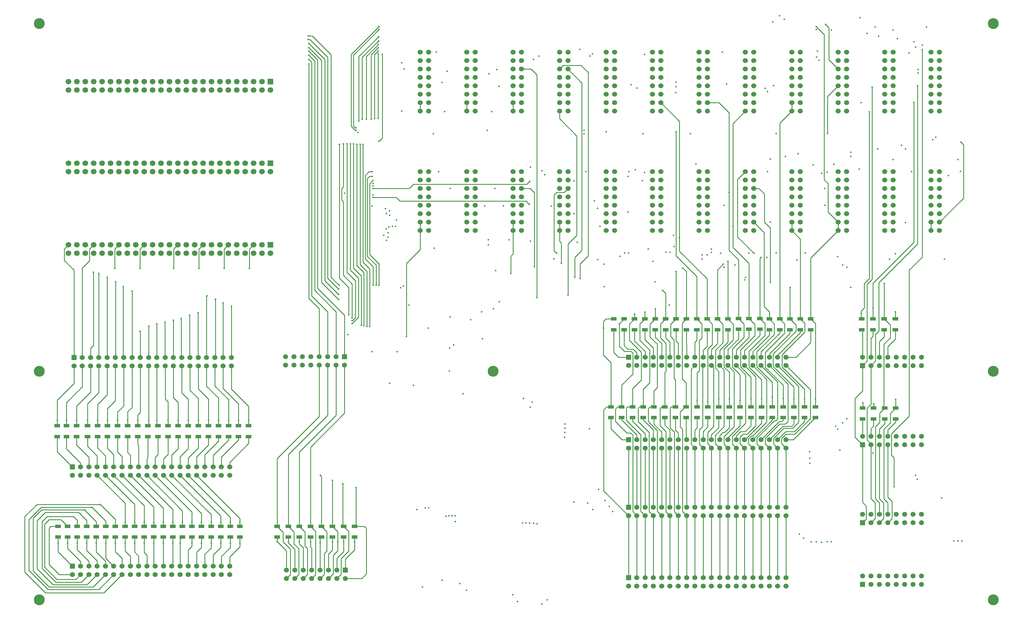
<source format=gtl>
G04*
G04 #@! TF.GenerationSoftware,Altium Limited,Altium Designer,23.7.1 (13)*
G04*
G04 Layer_Physical_Order=1*
G04 Layer_Color=255*
%FSLAX44Y44*%
%MOMM*%
G71*
G04*
G04 #@! TF.SameCoordinates,B1C70322-BD44-42DD-AC63-955F88C0B9D7*
G04*
G04*
G04 #@! TF.FilePolarity,Positive*
G04*
G01*
G75*
%ADD10C,0.2540*%
%ADD13R,1.8000X1.0000*%
%ADD22C,1.5240*%
%ADD23R,1.5000X1.5000*%
%ADD24C,1.5000*%
%ADD25R,1.5240X1.5240*%
%ADD26C,1.7000*%
%ADD27R,1.7000X1.7000*%
%ADD28C,3.3000*%
%ADD29C,0.5080*%
D10*
X977900Y1040130D02*
Y1262380D01*
X972820Y1267460D02*
X977900Y1262380D01*
X972820Y1301750D02*
X977900Y1306830D01*
X972820Y1267460D02*
Y1301750D01*
X977900Y1306830D02*
Y1436370D01*
X2216843Y1301750D02*
X2232660D01*
X2249170Y1285240D01*
Y1200150D02*
Y1285240D01*
Y1200150D02*
X2266950Y1182370D01*
Y1018540D02*
Y1182370D01*
X2263741Y908050D02*
Y929640D01*
X2248246Y945135D02*
X2263741Y929640D01*
X2248246Y945135D02*
Y1168746D01*
X2216843Y1200150D02*
X2248246Y1168746D01*
X1692910Y1029970D02*
Y1074420D01*
X1919638Y908050D02*
Y938530D01*
X1656080Y980440D02*
Y1134110D01*
X1085850Y1009650D02*
Y1074420D01*
X1057910Y1102360D02*
X1085850Y1074420D01*
X1057910Y1102360D02*
Y1316990D01*
X1066800Y1325880D01*
X1076960Y1009650D02*
Y1070610D01*
X1050290Y1097280D02*
X1076960Y1070610D01*
X1050290Y1097280D02*
Y1332230D01*
X1056640Y1338580D01*
X1065530D01*
X1529080Y1263650D02*
X1539240Y1253490D01*
X1149350Y1263650D02*
X1529080D01*
X1068070Y1009650D02*
Y1065530D01*
X1043940Y1089660D02*
X1068070Y1065530D01*
X1043940Y1089660D02*
Y1341120D01*
X1055370Y1352550D01*
X1065530D01*
X1028700Y1173480D02*
Y1435100D01*
Y1071880D02*
Y1173480D01*
X1137920Y1275080D02*
X1149350Y1263650D01*
X1068070Y1275080D02*
X1137920D01*
X1531620Y1314450D02*
X1540510Y1323340D01*
X1189990Y1314450D02*
X1531620D01*
X1177290Y1301750D02*
X1189990Y1314450D01*
X1068070Y1301750D02*
X1177290D01*
X1697990Y1466850D02*
Y1620635D01*
Y1115060D02*
Y1466850D01*
X1210310Y1174750D02*
Y1200150D01*
Y1117600D02*
Y1174750D01*
X1168400Y1075690D02*
X1210310Y1117600D01*
X1168400Y854710D02*
Y1075690D01*
X1210310Y1535430D02*
Y1560830D01*
X1350472Y1535430D02*
Y1560830D01*
X1516034Y1662430D02*
X1544320D01*
X1562100Y1644650D01*
Y972820D02*
Y1644650D01*
X1516034Y1301750D02*
X1541780D01*
X1554480Y1289050D01*
Y1065530D02*
Y1289050D01*
X1644765Y1290320D02*
X1656195Y1301750D01*
X1621790Y1290320D02*
X1644765D01*
X1614170Y1282700D02*
X1621790Y1290320D01*
X1614170Y1113790D02*
Y1282700D01*
Y1113790D02*
X1621790Y1106170D01*
X1630795Y1174750D02*
Y1200150D01*
Y1141615D02*
Y1174750D01*
Y1141615D02*
X1635760Y1136650D01*
Y1075690D02*
Y1136650D01*
X1692910Y1074420D02*
X1717040Y1098550D01*
X1630795Y1662430D02*
X1642225Y1673860D01*
X1695450D01*
X1717040Y1652270D01*
Y1098550D02*
Y1652270D01*
X1656195Y1662430D02*
X1697990Y1620635D01*
X1676400Y1093470D02*
X1697990Y1115060D01*
X1676400Y1033780D02*
Y1093470D01*
X1630795Y1512455D02*
Y1535430D01*
Y1512455D02*
X1682750Y1460500D01*
Y1160780D02*
Y1460500D01*
X1656080Y1134110D02*
X1682750Y1160780D01*
X1490634Y1174750D02*
Y1200150D01*
Y1104554D02*
Y1174750D01*
X1483360Y1097280D02*
X1490634Y1104554D01*
X1483360Y1045210D02*
Y1097280D01*
X1490634Y1535430D02*
Y1560830D01*
X2167890Y1155700D02*
X2217420Y1106170D01*
X2167890Y1328997D02*
X2191443Y1352550D01*
X2167890Y1155700D02*
Y1328997D01*
X2331604Y1174750D02*
Y1200150D01*
X2439670Y1579534D02*
X2471766Y1611630D01*
X2439670Y1468120D02*
Y1579534D01*
X2331604Y1535430D02*
Y1560830D01*
X2295023Y1455553D02*
Y1498849D01*
Y908050D02*
Y1455553D01*
Y1498849D02*
X2331604Y1535430D01*
X2576407Y942340D02*
Y1015577D01*
Y908050D02*
Y942340D01*
X2700020Y1139190D02*
Y1562100D01*
X2443480Y1690716D02*
X2471766Y1662430D01*
X2443480Y1690716D02*
Y1786890D01*
X2433320Y1797050D02*
X2443480Y1786890D01*
X2471766Y1174750D02*
Y1200150D01*
X2440940Y1230976D02*
X2471766Y1200150D01*
X2440940Y1230976D02*
Y1316990D01*
X2429510Y1328420D02*
X2440940Y1316990D01*
X2429510Y1328420D02*
Y1766660D01*
X2405470Y1790700D02*
X2429510Y1766660D01*
X2405380Y1790700D02*
X2405470D01*
X1079500Y1784440D02*
X1085760Y1790700D01*
X1071880Y1705700D02*
X1083220Y1717040D01*
X1071880Y1512570D02*
Y1705700D01*
X1083220Y1717040D02*
X1083310D01*
X1076960Y1729740D02*
Y1729830D01*
X1083220Y1736090D02*
X1083310D01*
X1076960Y1729830D02*
X1083220Y1736090D01*
X1047750Y1700530D02*
X1076960Y1729740D01*
X1047750Y1511300D02*
Y1700530D01*
X1079500Y1784350D02*
Y1784440D01*
X1002030Y1489620D02*
Y1706880D01*
X1079500Y1784350D01*
X1085760Y1790700D02*
X1085850D01*
X1096010Y1454150D02*
Y1706880D01*
X1085850Y1443990D02*
X1096010Y1454150D01*
X1002030Y1489620D02*
X1014640Y1477010D01*
X1016000D01*
X1008380Y1704340D02*
X1085850Y1781810D01*
X1008380Y1490890D02*
Y1704340D01*
Y1490890D02*
X1014640Y1484630D01*
X1016000D01*
X1024890Y1700530D02*
X1084580Y1760220D01*
X1024890Y1504950D02*
Y1700530D01*
X1035050Y1697990D02*
X1084580Y1747520D01*
X1035050Y1511300D02*
Y1697990D01*
X1061720Y1705610D02*
X1083310Y1727200D01*
X1061720Y1511300D02*
Y1705610D01*
X1083310Y1513840D02*
Y1708150D01*
X2565400Y1513840D02*
Y1532890D01*
Y1513840D02*
Y1520190D01*
Y1029970D02*
Y1513840D01*
X2574290Y1027430D02*
Y1607820D01*
X2842260Y1441450D02*
X2849880Y1433830D01*
Y1272540D02*
Y1433830D01*
X2777490Y1200150D02*
X2849880Y1272540D01*
X2752090Y1174750D02*
Y1200150D01*
X2645410Y665480D02*
Y666750D01*
Y638810D02*
Y665480D01*
X2541270Y909320D02*
X2542540Y908050D01*
X2541270Y909320D02*
Y924560D01*
Y932180D02*
X2550160Y941070D01*
Y1014730D01*
X2541270Y924560D02*
Y932180D01*
X2609970Y640807D02*
X2611967Y638810D01*
X2609970Y640807D02*
Y831970D01*
X2610273Y908050D02*
X2628900Y889423D01*
Y850900D02*
Y889423D01*
X2609970Y831970D02*
X2628900Y850900D01*
X2645410Y638810D02*
X2645410Y638810D01*
X2725420Y1094740D02*
Y1720850D01*
X2686170Y1055490D02*
X2725420Y1094740D01*
X2686170Y614800D02*
Y1055490D01*
X2632590Y561220D02*
X2686170Y614800D01*
X2632590Y496690D02*
Y561220D01*
Y496690D02*
X2640330Y488950D01*
Y401320D02*
Y488950D01*
X2550160Y1014730D02*
X2565400Y1029970D01*
X2559050Y1012190D02*
X2574290Y1027430D01*
X2559050Y781050D02*
Y1012190D01*
X2576407Y1015577D02*
X2700020Y1139190D01*
X2610273Y908050D02*
Y1015153D01*
X2644296Y908206D02*
Y929640D01*
X2644140Y908050D02*
X2644296Y908206D01*
X2545080Y767080D02*
X2559050Y781050D01*
X2711450Y1134110D02*
Y1611630D01*
X2594610Y1017270D02*
X2711450Y1134110D01*
X2594610Y871220D02*
Y1017270D01*
X2584450Y861060D02*
X2594610Y871220D01*
X2584450Y781050D02*
Y861060D01*
X2570480Y767080D02*
X2584450Y781050D01*
X1762760Y880110D02*
Y900430D01*
Y798830D02*
Y880110D01*
X1857074Y908050D02*
Y922956D01*
X1888356Y908050D02*
Y928236D01*
X1941830Y994410D02*
X1950920Y985320D01*
Y908050D02*
Y985320D01*
X1982202Y908050D02*
Y1051292D01*
X2002790Y1061720D02*
X2013485Y1051025D01*
Y908050D02*
Y1051025D01*
X2045502Y662940D02*
Y745022D01*
Y642620D02*
Y662940D01*
X1982470Y1098550D02*
Y1473200D01*
Y1098550D02*
X2044767Y1036253D01*
Y908050D02*
Y1036253D01*
X2076049Y908050D02*
Y1029101D01*
X1992630Y1112520D02*
Y1504719D01*
Y1112520D02*
X2076049Y1029101D01*
X1936519Y1560830D02*
X1992630Y1504719D01*
X2107331Y1055771D02*
X2124710Y1073150D01*
X2107331Y908050D02*
Y1055771D01*
X2138613Y1081973D02*
X2138680Y1082040D01*
X2138613Y908050D02*
Y1081973D01*
X2076681Y1560830D02*
X2112010D01*
X2142490Y1530350D01*
Y1115060D02*
Y1530350D01*
Y1115060D02*
X2170697Y1086853D01*
Y909320D02*
Y1086853D01*
X2153920Y1497907D02*
X2191443Y1535430D01*
X2153920Y1123950D02*
Y1497907D01*
Y1123950D02*
X2201979Y1075891D01*
Y909320D02*
Y1075891D01*
X2235200Y1089660D02*
X2239010Y1093470D01*
X2235200Y909320D02*
Y1089660D01*
X2326305Y1002965D02*
X2326640Y1003300D01*
X2326305Y908050D02*
Y1002965D01*
X2331604Y1174750D02*
X2357587Y1148767D01*
Y908050D02*
Y1148767D01*
X2388869Y1091853D02*
X2471766Y1174750D01*
X2388869Y908050D02*
Y1091853D01*
Y908050D02*
X2402840Y894080D01*
Y666750D02*
Y894080D01*
X2357587Y908050D02*
X2371090Y894548D01*
Y868680D02*
Y894548D01*
X2302510Y800100D02*
X2371090Y868680D01*
X2302510Y762555D02*
Y800100D01*
Y762555D02*
X2309215Y755850D01*
X2309930D01*
X2370355Y695425D01*
Y666750D02*
Y695425D01*
X2326305Y908050D02*
X2344420Y889935D01*
Y871220D02*
Y889935D01*
X2275380Y802180D02*
X2344420Y871220D01*
X2275380Y764686D02*
Y802180D01*
Y764686D02*
X2284215Y755850D01*
X2284530D01*
X2337870Y702511D01*
Y666750D02*
Y702511D01*
X2295023Y908050D02*
X2310130Y892943D01*
Y864870D02*
Y892943D01*
X2251710Y806450D02*
X2310130Y864870D01*
X2251710Y762000D02*
Y806450D01*
Y762000D02*
X2305384Y708326D01*
Y667686D02*
Y708326D01*
X2226310Y763755D02*
X2272899Y717167D01*
Y671429D02*
Y717167D01*
X2263741Y908050D02*
X2278380Y893411D01*
Y861060D02*
Y893411D01*
X2226310Y808990D02*
X2278380Y861060D01*
X2226310Y763755D02*
Y808990D01*
X2202180Y762886D02*
X2240414Y724652D01*
Y666750D02*
Y724652D01*
X2235200Y909320D02*
X2250440Y894080D01*
Y858520D02*
Y894080D01*
X2202180Y810260D02*
X2250440Y858520D01*
X2202180Y762886D02*
Y810260D01*
X2176780Y763286D02*
X2207928Y732137D01*
Y666750D02*
Y732137D01*
X2201979Y909320D02*
X2219960Y891339D01*
Y857250D02*
Y891339D01*
X2176780Y814070D02*
X2219960Y857250D01*
X2176780Y763286D02*
Y814070D01*
X2175443Y642620D02*
Y739622D01*
X2170697Y909320D02*
X2186940Y893077D01*
Y852170D02*
Y893077D01*
X2152520Y817750D02*
X2186940Y852170D01*
X2152520Y787546D02*
Y817750D01*
Y787546D02*
X2152650Y787415D01*
Y772275D02*
Y787415D01*
X2152520Y772145D02*
X2152650Y772275D01*
X2152520Y762546D02*
Y772145D01*
Y762546D02*
X2175443Y739622D01*
X2138613Y908050D02*
X2155190Y891473D01*
Y844550D02*
Y891473D01*
X2127250Y816610D02*
X2155190Y844550D01*
X2127250Y762816D02*
Y816610D01*
Y762816D02*
X2142958Y747108D01*
Y666750D02*
Y747108D01*
X2107331Y908050D02*
X2123440Y891941D01*
Y835660D02*
Y891941D01*
X2101850Y814070D02*
X2123440Y835660D01*
X2101850Y758190D02*
Y814070D01*
Y758190D02*
X2110473Y749567D01*
Y666750D02*
Y749567D01*
X2076049Y908050D02*
X2091690Y892409D01*
Y830580D02*
Y892409D01*
X2077520Y816410D02*
X2091690Y830580D01*
X2077520Y659330D02*
Y816410D01*
Y659330D02*
X2077987Y658863D01*
X2044767Y908050D02*
X2059940Y892877D01*
Y850900D02*
Y892877D01*
X2052320Y843280D02*
X2059940Y850900D01*
X2052320Y751840D02*
Y843280D01*
X2045502Y745022D02*
X2052320Y751840D01*
X2000675Y727285D02*
X2013017Y714943D01*
X2000675Y895240D02*
X2013485Y908050D01*
X2000675Y727285D02*
Y895240D01*
X2013017Y642620D02*
Y714943D01*
X1965960Y891807D02*
X1982202Y908050D01*
X1965960Y854710D02*
Y891807D01*
Y854710D02*
X1976120Y844550D01*
Y727710D02*
Y844550D01*
Y727710D02*
X1980531Y723298D01*
Y642620D02*
Y723298D01*
X1948046Y642620D02*
Y746626D01*
X1935480Y892610D02*
X1950920Y908050D01*
X1935480Y850900D02*
Y892610D01*
Y850900D02*
X1951990Y834390D01*
Y750570D02*
Y834390D01*
X1948046Y746626D02*
X1951990Y750570D01*
X1915561Y690880D02*
X1925381Y700699D01*
X1915561Y642620D02*
Y690880D01*
X1903730Y892142D02*
X1919638Y908050D01*
X1903730Y853440D02*
Y892142D01*
Y853440D02*
X1925320Y831850D01*
Y797135D02*
Y831850D01*
Y797135D02*
X1925381Y797075D01*
Y700699D02*
Y797075D01*
X1873250Y892944D02*
X1888356Y908050D01*
X1873250Y843280D02*
Y892944D01*
Y843280D02*
X1902520Y814009D01*
Y715070D02*
Y814009D01*
X1883076Y695626D02*
X1902520Y715070D01*
X1883076Y642620D02*
Y695626D01*
X2288950Y797970D02*
X2357587Y866608D01*
X2288950Y792280D02*
Y797970D01*
X2263950Y802180D02*
X2326305Y864535D01*
X2263950Y792280D02*
Y802180D01*
X2238950Y792280D02*
Y808930D01*
X2221363Y816743D02*
X2263741Y859121D01*
X2220300Y815680D02*
X2221363Y816743D01*
X2213950Y809330D02*
X2220300Y815680D01*
X2213950Y792280D02*
Y809330D01*
X2188950Y812270D02*
X2235200Y858520D01*
X2188950Y792280D02*
Y812270D01*
X2163950Y792280D02*
Y813940D01*
X2138950Y815610D02*
X2170697Y847357D01*
X2138950Y792280D02*
Y815610D01*
X2113950Y792280D02*
Y813470D01*
X2088950Y792280D02*
Y815140D01*
X2063950Y813000D02*
X2076049Y825099D01*
X2063950Y792280D02*
Y813000D01*
X2044767Y843280D02*
Y875550D01*
X2038950Y837464D02*
X2044767Y843280D01*
X2038950Y792280D02*
Y837464D01*
X2013485Y829310D02*
X2013950Y828844D01*
X2013485Y829310D02*
Y875550D01*
X2013950Y792280D02*
Y828844D01*
X1988950Y792280D02*
Y834260D01*
X1982202Y841008D02*
X1988950Y834260D01*
X1963950Y792280D02*
Y837670D01*
X1950920Y850700D02*
X1963950Y837670D01*
X1938950Y792280D02*
Y833460D01*
X1919638Y852772D02*
X1938950Y833460D01*
X1913951Y792280D02*
Y820359D01*
X1888356Y845954D02*
X1913951Y820359D01*
X1888951Y792280D02*
Y809799D01*
X1841500Y892476D02*
X1857074Y908050D01*
X1841500Y842844D02*
Y892476D01*
Y842844D02*
X1867952Y816392D01*
X1877060Y807284D01*
X1865194Y819150D02*
X1867952Y816392D01*
X1852930Y816610D02*
X1863951Y805589D01*
Y792280D02*
Y805589D01*
X1836420Y816610D02*
X1852930D01*
X1857074Y841676D02*
X1888951Y809799D01*
X1857074Y841676D02*
Y875550D01*
X1877060Y723900D02*
Y807284D01*
X1850591Y697430D02*
X1877060Y723900D01*
X1850591Y642620D02*
Y697430D01*
X1811020Y893278D02*
X1825792Y908050D01*
X1811020Y825500D02*
Y893278D01*
Y825500D02*
X1826260Y810260D01*
X1846580D01*
X1851660Y805180D01*
Y741680D02*
Y805180D01*
X1818105Y708125D02*
X1851660Y741680D01*
X1818105Y642620D02*
Y708125D01*
X1770380Y908050D02*
X1794510D01*
X1762760Y900430D02*
X1770380Y908050D01*
X1762760Y798830D02*
X1785620Y775970D01*
Y642620D02*
Y775970D01*
X2546350Y640080D02*
Y655320D01*
X2545080Y638810D02*
X2546350Y640080D01*
X2578523Y638810D02*
X2579103Y639390D01*
Y651510D01*
X2628900Y622300D02*
X2645410Y638810D01*
X2628900Y594360D02*
Y622300D01*
X2609850Y575310D02*
X2628900Y594360D01*
X2609850Y364490D02*
Y575310D01*
Y364490D02*
X2621280Y353060D01*
Y317923D02*
Y353060D01*
X2597150Y623993D02*
X2611967Y638810D01*
X2597150Y595630D02*
Y623993D01*
X2584450Y582930D02*
X2597150Y595630D01*
X2584450Y364490D02*
Y582930D01*
Y364490D02*
X2595880Y353060D01*
Y317923D02*
Y353060D01*
X2644140Y847090D02*
Y875550D01*
X2621280Y824230D02*
X2644140Y847090D01*
X2621280Y792480D02*
Y824230D01*
X2610273Y853863D02*
Y875550D01*
X2595880Y839470D02*
X2610273Y853863D01*
X2595880Y792480D02*
Y839470D01*
X2576407Y855557D02*
Y875550D01*
X2570480Y849630D02*
X2576407Y855557D01*
X2570480Y792480D02*
Y849630D01*
X2545080Y792480D02*
Y873010D01*
X2522220Y551180D02*
X2545080Y528320D01*
X2522220Y551180D02*
Y668020D01*
X2545080Y690880D01*
Y767080D01*
X2570480Y650155D02*
Y767080D01*
Y528320D02*
Y531100D01*
X2559170Y542410D02*
Y638845D01*
X2570480Y650155D01*
X2559170Y542410D02*
X2570480Y531100D01*
X694690Y1060450D02*
Y1118870D01*
X707390Y1131570D01*
X618490Y1060450D02*
Y1118870D01*
X631190Y1131570D01*
X542290Y1060450D02*
Y1118870D01*
X554990Y1131570D01*
X466090Y1060450D02*
Y1118870D01*
X478790Y1131570D01*
X364491Y1060450D02*
Y1118870D01*
X377190Y1131570D01*
X288291Y1060450D02*
Y1118870D01*
X300991Y1131570D01*
X212091Y1118870D02*
X224790Y1131570D01*
X135891Y1118870D02*
X148591Y1131570D01*
X223520Y828040D02*
Y1049020D01*
X215091Y819611D02*
X223520Y828040D01*
X215091Y791010D02*
Y819611D01*
X240030Y791071D02*
Y1045210D01*
Y791071D02*
X240091Y791010D01*
X265430Y791350D02*
Y1033780D01*
X265090Y791010D02*
X265430Y791350D01*
X290830Y791750D02*
Y1019810D01*
X290090Y791010D02*
X290830Y791750D01*
X313690Y792410D02*
Y1005840D01*
Y792410D02*
X315090Y791010D01*
X340360Y791280D02*
Y991870D01*
X340090Y791010D02*
X340360Y791280D01*
X190091Y791010D02*
Y854710D01*
Y1061310D02*
X212091Y1083310D01*
X190091Y854710D02*
Y1061310D01*
X212091Y1083310D02*
Y1118870D01*
X135891Y1084580D02*
Y1118870D01*
Y1084580D02*
X165091Y1055380D01*
Y791010D02*
Y1055380D01*
X873760Y970280D02*
Y1677670D01*
Y970280D02*
X905510Y938530D01*
Y793750D02*
Y938530D01*
X873760Y1691640D02*
X882650Y1682750D01*
Y977900D02*
Y1682750D01*
Y977900D02*
X930910Y929640D01*
Y793750D02*
Y929640D01*
X873760Y1704340D02*
X891540Y1686560D01*
Y994410D02*
Y1686560D01*
Y994410D02*
X956310Y929640D01*
Y793750D02*
Y929640D01*
X873760Y1717040D02*
X900430Y1690370D01*
Y1000760D02*
Y1690370D01*
Y1000760D02*
X981710Y919480D01*
Y793750D02*
Y919480D01*
X873760Y1727200D02*
X911860Y1689100D01*
Y1018540D02*
Y1689100D01*
Y1018540D02*
X963930Y966470D01*
X873760Y1739900D02*
X922020Y1691640D01*
Y1023620D02*
Y1691640D01*
X871220Y1751330D02*
X877570D01*
X930910Y1697990D01*
Y1031240D02*
Y1697990D01*
Y1031240D02*
X963930Y998220D01*
X872490Y1762760D02*
X883920D01*
X941070Y1705610D01*
Y1033780D02*
Y1705610D01*
Y1033780D02*
X965200Y1009650D01*
X922020Y1023620D02*
X963930Y981710D01*
X565090Y791010D02*
Y976570D01*
X566420Y977900D01*
X591820Y792740D02*
Y967740D01*
X590090Y791010D02*
X591820Y792740D01*
X614680Y791420D02*
Y956310D01*
Y791420D02*
X615090Y791010D01*
X640080Y791020D02*
Y946150D01*
Y791020D02*
X640090Y791010D01*
X966470Y1031240D02*
Y1435100D01*
Y1031240D02*
X994410Y1003300D01*
Y920750D02*
Y1003300D01*
X977900Y1040130D02*
X1004570Y1013460D01*
Y910590D02*
Y1013460D01*
X989330Y1049020D02*
X1014730Y1023620D01*
X999490Y1055370D02*
X1023620Y1031240D01*
X1008380Y1061720D02*
X1032510Y1037590D01*
Y889000D02*
Y1037590D01*
X1018540Y1069340D02*
X1040130Y1047750D01*
Y887730D02*
Y1047750D01*
X1014730Y911770D02*
Y1023620D01*
X1004570Y902970D02*
X1005930D01*
X1014730Y911770D01*
X1023620Y913040D02*
Y1031240D01*
X1004570Y894080D02*
X1004660D01*
X1023620Y913040D01*
X365090Y791010D02*
Y870620D01*
X364490Y871220D02*
X365090Y870620D01*
X390090Y791010D02*
Y885390D01*
X391160Y886460D01*
X415290Y791210D02*
Y892810D01*
X415090Y791010D02*
X415290Y791210D01*
X439420Y791680D02*
Y897890D01*
Y791680D02*
X440090Y791010D01*
X464820Y791280D02*
Y904240D01*
Y791280D02*
X465090Y791010D01*
X488950Y792150D02*
Y909320D01*
Y792150D02*
X490090Y791010D01*
X514350Y791750D02*
Y919480D01*
Y791750D02*
X515090Y791010D01*
X539750Y791350D02*
Y927100D01*
Y791350D02*
X540090Y791010D01*
X116840Y204261D02*
X160011Y161090D01*
X261219Y184881D02*
X285010Y161090D01*
X405598Y165502D02*
X410010Y161090D01*
X434474Y161626D02*
X435010Y161090D01*
X460010D02*
X463349Y164429D01*
X485010Y242225D02*
X492225Y249440D01*
X510010Y161090D02*
Y210290D01*
X521101Y221381D01*
X535010Y161090D02*
Y203540D01*
X549977Y218507D01*
X560010Y161090D02*
Y198060D01*
X578853Y216903D01*
X585010Y161090D02*
Y195120D01*
X607728Y217838D01*
X610010Y161090D02*
Y190910D01*
X636604Y217504D01*
X635010Y161090D02*
Y189240D01*
X665480Y219710D01*
X640090Y695950D02*
Y766010D01*
Y695950D02*
X692150Y643890D01*
X615090Y698090D02*
Y766010D01*
Y698090D02*
X661737Y651443D01*
X590090Y705310D02*
Y766010D01*
Y705310D02*
X631324Y664077D01*
X565090Y704910D02*
Y766010D01*
Y704910D02*
X600910Y669090D01*
X540090Y696890D02*
Y766010D01*
Y696890D02*
X570497Y666483D01*
X515090Y692680D02*
Y766010D01*
Y692680D02*
X540084Y667686D01*
X490090Y684660D02*
Y766010D01*
Y684660D02*
X509671Y665079D01*
X465090Y670290D02*
Y766010D01*
Y670290D02*
X479258Y656122D01*
X440090Y666080D02*
Y766010D01*
Y666080D02*
X448845Y657325D01*
X415090Y588811D02*
X418432Y585470D01*
X388018D02*
X390090Y587542D01*
X365090Y625440D02*
Y766010D01*
X357605Y617955D02*
X365090Y625440D01*
X340090Y641080D02*
Y766010D01*
X327192Y628182D02*
X340090Y641080D01*
X315090Y645290D02*
Y766010D01*
X296779Y626979D02*
X315090Y645290D01*
X290090Y660930D02*
Y766010D01*
X266366Y637206D02*
X290090Y660930D01*
X265090Y679110D02*
Y766010D01*
X235953Y649973D02*
X265090Y679110D01*
X240091Y685861D02*
Y766010D01*
X205539Y651309D02*
X240091Y685861D01*
X215091Y704041D02*
Y715010D01*
Y766010D01*
Y687531D02*
Y715010D01*
X172720Y645160D02*
X215091Y687531D01*
X190091Y703171D02*
Y766010D01*
X142240Y655320D02*
X190091Y703171D01*
X165091Y713731D02*
Y766010D01*
X114300Y662940D02*
X165091Y713731D01*
X114300Y506521D02*
Y552970D01*
Y506521D02*
X160011Y460810D01*
X142240Y515620D02*
Y552970D01*
Y515620D02*
X185011Y472849D01*
Y460810D02*
Y472849D01*
X172720Y527050D02*
Y552970D01*
Y527050D02*
X210011Y489759D01*
Y460810D02*
Y489759D01*
X205539Y523441D02*
Y552970D01*
Y523441D02*
X235011Y493969D01*
Y460810D02*
Y493969D01*
X235953Y518427D02*
Y552970D01*
Y518427D02*
X260010Y494370D01*
Y460810D02*
Y494370D01*
X266366Y517224D02*
Y552970D01*
Y517224D02*
X285010Y498580D01*
Y460810D02*
Y498580D01*
X296779Y505861D02*
Y552970D01*
Y505861D02*
X310010Y492630D01*
Y460810D02*
Y492630D01*
X327192Y504658D02*
Y552970D01*
Y504658D02*
X335010Y496840D01*
Y460810D02*
Y496840D01*
X360010Y460810D02*
Y526450D01*
X357605Y528855D02*
X360010Y526450D01*
X357605Y528855D02*
Y552970D01*
X388018Y489618D02*
Y552970D01*
X385010Y486610D02*
X388018Y489618D01*
X385010Y460810D02*
Y486610D01*
X418432Y498442D02*
Y552970D01*
X410010Y490020D02*
X418432Y498442D01*
X410010Y460810D02*
Y490020D01*
X448845Y499645D02*
Y552970D01*
X435010Y485810D02*
X448845Y499645D01*
X435010Y460810D02*
Y485810D01*
X479258Y516088D02*
Y552970D01*
X460010Y496840D02*
X479258Y516088D01*
X460010Y460810D02*
Y496840D01*
X509671Y516021D02*
Y552970D01*
X485010Y491360D02*
X509671Y516021D01*
X485010Y460810D02*
Y491360D01*
X540084Y518494D02*
Y552970D01*
X510010Y488420D02*
X540084Y518494D01*
X510010Y460810D02*
Y488420D01*
X570497Y527317D02*
Y552970D01*
X535010Y491830D02*
X570497Y527317D01*
X535010Y460810D02*
Y491830D01*
X600910Y538680D02*
Y552970D01*
X560010Y497780D02*
X600910Y538680D01*
X560010Y460810D02*
Y497780D01*
X631324Y542424D02*
Y552970D01*
X585010Y496110D02*
X631324Y542424D01*
X585010Y460810D02*
Y496110D01*
X661737Y542357D02*
Y552970D01*
X610010Y490630D02*
X661737Y542357D01*
X610010Y460810D02*
Y490630D01*
X692150Y532130D02*
Y552970D01*
X635010Y474990D02*
X692150Y532130D01*
X635010Y460810D02*
Y474990D01*
X912041Y281940D02*
Y432019D01*
X908250Y435810D02*
X912041Y432019D01*
X944880Y282484D02*
Y420370D01*
Y282484D02*
X945424Y281940D01*
X978807Y279037D02*
Y281940D01*
X976630Y281214D02*
Y410210D01*
Y281214D02*
X978807Y279037D01*
X1016000Y285750D02*
Y398780D01*
X1012190Y281940D02*
X1016000Y285750D01*
X984250Y182880D02*
X1012190Y210820D01*
X984250Y149860D02*
Y182880D01*
X958850Y185420D02*
X978807Y205377D01*
X958850Y149860D02*
Y185420D01*
X933450Y198120D02*
X945424Y210094D01*
X933450Y149860D02*
Y198120D01*
X908050Y245449D02*
X912041Y249440D01*
X882650Y149860D02*
Y215900D01*
X878659Y219891D02*
X882650Y215900D01*
X857250Y149860D02*
Y217170D01*
X845276Y229144D02*
X857250Y217170D01*
X831850Y149860D02*
Y212090D01*
X811893Y232047D02*
X831850Y212090D01*
X778510Y236220D02*
Y249440D01*
Y236220D02*
X806450Y208280D01*
Y149860D02*
Y208280D01*
X665480Y281940D02*
Y294640D01*
X95250Y281940D02*
X116840D01*
X90170Y276860D02*
X95250Y281940D01*
X90170Y166370D02*
Y276860D01*
Y166370D02*
X120450Y136090D01*
X160011D01*
X185011Y161090D02*
Y175669D01*
X145716Y214964D02*
X185011Y175669D01*
X210011Y161090D02*
Y176070D01*
X174592Y211488D02*
X210011Y176070D01*
X235011Y161090D02*
Y177740D01*
X203467Y209283D02*
X235011Y177740D01*
X260010Y161090D02*
Y176870D01*
X232343Y204537D02*
X260010Y176870D01*
X125396Y302260D02*
X145716Y281940D01*
X90170Y302260D02*
X125396D01*
X76200Y288290D02*
X90170Y302260D01*
X76200Y158750D02*
Y288290D01*
X163830Y311150D02*
X174592Y300388D01*
X83820Y311150D02*
X163830D01*
X68580Y295910D02*
X83820Y311150D01*
X174592Y281940D02*
Y300388D01*
X179070Y323850D02*
X203467Y299453D01*
X78740Y323850D02*
X179070D01*
X53340Y298450D02*
X78740Y323850D01*
X203467Y281940D02*
Y299453D01*
X67310Y331470D02*
X196850D01*
X41910Y306070D02*
X67310Y331470D01*
X232343Y281940D02*
Y295977D01*
X219710Y339090D02*
X261219Y297581D01*
X29210Y302260D02*
X66040Y339090D01*
X261219Y281940D02*
Y297581D01*
X310010Y161090D02*
Y185290D01*
X290095Y205205D02*
X310010Y185290D01*
X335010Y161090D02*
Y190970D01*
X318971Y207010D02*
X335010Y190970D01*
X360010Y161090D02*
Y192306D01*
X347846Y204470D02*
X360010Y192306D01*
X385010Y161090D02*
Y194912D01*
X376722Y203200D02*
X385010Y194912D01*
X76200Y158750D02*
X113030Y121920D01*
X170840D02*
X185011Y136090D01*
X113030Y121920D02*
X170840D01*
X68580Y156210D02*
Y295910D01*
X110490Y113030D02*
X186950D01*
X210011Y136090D01*
X68580Y154940D02*
X110490Y113030D01*
X68580Y154940D02*
Y156210D01*
X53340Y153670D02*
Y298450D01*
X101600Y105410D02*
X204330D01*
X235011Y136090D01*
X53340Y153670D02*
X101600Y105410D01*
X41910Y147320D02*
Y306070D01*
X90170Y99060D02*
X222980D01*
X260010Y136090D01*
X41910Y147320D02*
X90170Y99060D01*
X29210Y148590D02*
Y302260D01*
X86360Y91440D02*
X240360D01*
X285010Y136090D01*
X29210Y148590D02*
X86360Y91440D01*
X245110Y347980D02*
X290095Y302995D01*
X16510Y311150D02*
X53340Y347980D01*
X16510Y143510D02*
Y311150D01*
Y143510D02*
X78740Y81280D01*
X255200D01*
X310010Y136090D01*
X290095Y281940D02*
Y302995D01*
X535010Y435810D02*
X665480Y305340D01*
Y294640D02*
Y305340D01*
X510010Y435810D02*
X636604Y309216D01*
Y281940D02*
Y294640D01*
Y309216D01*
X485010Y435810D02*
X607728Y313092D01*
Y281940D02*
Y294640D01*
Y313092D01*
X460010Y435810D02*
X578853Y316968D01*
Y281940D02*
Y294640D01*
Y316968D01*
X435010Y435810D02*
X549977Y320843D01*
Y281940D02*
Y294640D01*
Y320843D01*
X410010Y435810D02*
X521101Y324719D01*
Y281940D02*
Y294640D01*
Y324719D01*
X385010Y435810D02*
X492225Y328595D01*
Y281940D02*
Y294640D01*
Y328595D01*
X360010Y435810D02*
X463349Y332471D01*
Y281940D02*
Y294640D01*
Y332471D01*
X335010Y435810D02*
X434474Y336347D01*
Y281940D02*
Y294640D01*
Y336347D01*
X310010Y435810D02*
X405598Y340223D01*
Y294640D02*
Y340223D01*
Y281940D02*
Y294640D01*
X285010Y435810D02*
X376722Y344098D01*
Y281940D02*
Y294640D01*
Y344098D01*
X260010Y435810D02*
X347846Y347974D01*
Y281940D02*
Y294640D01*
Y347974D01*
X235011Y435810D02*
X318971Y351850D01*
Y281940D02*
Y294640D01*
Y351850D01*
X1012190Y281940D02*
X1041400D01*
X1047750Y275590D01*
Y138430D02*
Y275590D01*
X1033780Y124460D02*
X1047750Y138430D01*
X984250Y124460D02*
X1033780D01*
X978807Y281940D02*
X994410Y266337D01*
Y207010D02*
Y266337D01*
X971550Y184150D02*
X994410Y207010D01*
X971550Y137160D02*
Y184150D01*
X958850Y124460D02*
X971550Y137160D01*
X945424Y281940D02*
X961390Y265974D01*
Y208280D02*
Y265974D01*
X947420Y194310D02*
X961390Y208280D01*
X947420Y138430D02*
Y194310D01*
X933450Y124460D02*
X947420Y138430D01*
X912041Y281940D02*
X928370Y265611D01*
Y207010D02*
Y265611D01*
X920750Y199390D02*
X928370Y207010D01*
X920750Y137160D02*
Y199390D01*
X908050Y124460D02*
X920750Y137160D01*
X878659Y281940D02*
X894080Y266518D01*
Y135890D02*
Y266518D01*
X882650Y124460D02*
X894080Y135890D01*
X845276Y281940D02*
X862330Y264886D01*
Y222250D02*
Y264886D01*
Y222250D02*
X869950Y214630D01*
Y137160D02*
Y214630D01*
X857250Y124460D02*
X869950Y137160D01*
X811893Y281940D02*
X829310Y264523D01*
Y228600D02*
Y264523D01*
Y228600D02*
X843280Y214630D01*
Y135890D02*
Y214630D01*
X831850Y124460D02*
X843280Y135890D01*
X778510Y281940D02*
X796290Y264160D01*
Y234950D02*
Y264160D01*
Y234950D02*
X817880Y213360D01*
Y135890D02*
Y213360D01*
X806450Y124460D02*
X817880Y135890D01*
X114300Y585470D02*
Y601980D01*
Y662940D01*
X197485Y330835D02*
X232343Y295977D01*
X66040Y339090D02*
X218440D01*
X53340Y347980D02*
X242570D01*
X142240Y585470D02*
Y601980D01*
Y655320D01*
X172720Y585470D02*
Y601980D01*
Y645160D01*
X205539Y585470D02*
Y601980D01*
Y651309D01*
X235953Y585470D02*
Y601980D01*
Y649973D01*
X266366Y585470D02*
Y601980D01*
Y637206D01*
X296779Y585470D02*
Y601980D01*
Y626979D01*
X327192Y585470D02*
Y601980D01*
Y628182D01*
X357605Y585470D02*
Y601980D01*
Y617955D01*
X390090Y587542D02*
Y601980D01*
Y766010D01*
X415090Y588811D02*
Y601980D01*
Y766010D01*
X692150Y585470D02*
Y601980D01*
Y643890D01*
X661737Y585470D02*
Y601980D01*
Y651443D01*
X631324Y585470D02*
Y601980D01*
Y664077D01*
X600910Y585470D02*
Y601980D01*
Y669090D01*
X570497Y585470D02*
Y601980D01*
Y666483D01*
X540084Y585470D02*
Y601980D01*
Y667686D01*
X509671Y585470D02*
Y601980D01*
Y665079D01*
X479258Y585470D02*
Y601980D01*
Y656122D01*
X448845Y585470D02*
Y601980D01*
Y657325D01*
X1012190Y210820D02*
Y234950D01*
Y249440D01*
X978807Y205377D02*
Y234950D01*
Y249440D01*
X945424Y210094D02*
Y233680D01*
Y249440D01*
X908050Y149860D02*
Y232410D01*
Y245449D01*
X878659Y219891D02*
Y233680D01*
Y249440D01*
X845276Y229144D02*
Y234950D01*
Y249440D01*
X811893Y232047D02*
Y234950D01*
Y249440D01*
X665480Y219710D02*
Y231140D01*
Y249440D01*
X636604Y217504D02*
Y231140D01*
Y249440D01*
X607728Y217838D02*
Y231140D01*
Y249440D01*
X578853Y216903D02*
Y231140D01*
Y249440D01*
X549977Y218507D02*
Y231140D01*
Y249440D01*
X521101Y221381D02*
Y231140D01*
Y249440D01*
X485010Y161090D02*
Y231140D01*
Y242225D01*
X463349Y164429D02*
Y231140D01*
Y249440D01*
X434474Y161626D02*
Y231140D01*
Y249440D01*
X405598Y165502D02*
Y231140D01*
Y249440D01*
X376722Y203200D02*
Y231140D01*
Y249440D01*
X347846Y204470D02*
Y231140D01*
Y249440D01*
X318971Y207010D02*
Y231140D01*
Y249440D01*
X290095Y205205D02*
Y231140D01*
Y249440D01*
X261219Y184881D02*
Y231140D01*
Y249440D01*
X232343Y204537D02*
Y231140D01*
Y249440D01*
X203467Y209283D02*
Y231140D01*
Y249440D01*
X174592Y211488D02*
Y231140D01*
Y249440D01*
X145716Y214964D02*
Y231140D01*
Y249440D01*
X116840Y204261D02*
Y231140D01*
Y249440D01*
X977900Y1436370D02*
Y1437640D01*
X989330Y1049020D02*
Y1436370D01*
X999490Y1055370D02*
Y1436370D01*
X1008380Y1061720D02*
Y1436370D01*
X1018540Y1069340D02*
Y1435100D01*
X1049020Y885190D02*
Y1051560D01*
X1028700Y1071880D02*
X1049020Y1051560D01*
X1037590Y1079500D02*
Y1435100D01*
X1057910Y885190D02*
Y1059180D01*
X1037590Y1079500D02*
X1057910Y1059180D01*
X2336013Y543293D02*
X2402840Y610120D01*
X2313950Y543293D02*
X2336013D01*
X2370355Y598705D02*
Y610120D01*
X2339340Y567690D02*
X2370355Y598705D01*
X2313346Y567690D02*
X2339340D01*
X2288950Y543293D02*
X2313346Y567690D01*
X2337869Y590349D02*
Y610120D01*
X2240414Y593224D02*
Y610120D01*
X2188950Y543293D02*
X2190483D01*
X2240414Y593224D01*
X2207928Y584868D02*
Y610120D01*
X2190750Y567690D02*
X2207928Y584868D01*
X2176780Y567690D02*
X2190750D01*
X2163950Y554860D02*
X2176780Y567690D01*
X2163950Y543293D02*
Y554860D01*
X2175443Y585403D02*
Y610120D01*
X2138950Y548910D02*
X2175443Y585403D01*
X2138950Y543293D02*
Y548910D01*
X2142958Y579588D02*
Y610120D01*
X2128520Y565150D02*
X2142958Y579588D01*
X2123440Y565150D02*
X2128520D01*
X2113950Y555660D02*
X2123440Y565150D01*
X2113950Y543293D02*
Y555660D01*
X2110473Y580122D02*
Y610120D01*
X2088950Y558600D02*
X2110473Y580122D01*
X2088950Y543293D02*
Y558600D01*
X2077987Y581927D02*
Y610120D01*
X2063950Y567890D02*
X2077987Y581927D01*
X2063950Y543293D02*
Y567890D01*
X2045502Y578652D02*
Y610120D01*
X2038950Y572100D02*
X2045502Y578652D01*
X2038950Y543293D02*
Y572100D01*
X2013017Y544227D02*
Y610120D01*
Y544227D02*
X2013950Y543293D01*
X1980531Y572169D02*
Y610120D01*
Y572169D02*
X1988950Y563750D01*
Y543293D02*
Y563750D01*
X1948046Y588144D02*
Y610120D01*
Y588144D02*
X1963950Y572240D01*
Y543293D02*
Y572240D01*
X1915561Y590149D02*
Y610120D01*
Y590149D02*
X1938950Y566760D01*
Y543293D02*
Y566760D01*
X1883076Y603584D02*
Y610120D01*
Y603584D02*
X1913951Y572710D01*
Y543293D02*
Y572710D01*
X1850591Y599240D02*
Y610120D01*
Y599240D02*
X1888951Y560880D01*
Y543293D02*
Y560880D01*
X1818105Y603785D02*
Y610120D01*
Y603785D02*
X1863951Y557939D01*
Y543293D02*
Y557939D01*
X1818907Y543293D02*
X1838951D01*
X1785620Y576580D02*
X1818907Y543293D01*
X1785620Y576580D02*
Y610120D01*
X1794510Y806450D02*
Y875550D01*
Y806450D02*
X1808680Y792280D01*
X1845301D01*
X1825792Y827238D02*
Y875550D01*
Y827238D02*
X1836420Y816610D01*
X1888356Y845954D02*
Y875550D01*
X1919638Y852772D02*
Y875550D01*
X1950920Y850700D02*
Y875550D01*
X1982202Y841008D02*
Y875550D01*
X2076049Y825099D02*
Y875550D01*
X2107331Y833521D02*
Y875550D01*
X2088950Y815140D02*
X2107331Y833521D01*
X2138613Y838133D02*
Y875550D01*
X2113950Y813470D02*
X2138613Y838133D01*
X2170697Y847357D02*
Y876820D01*
X2201979Y851969D02*
Y876820D01*
X2163950Y813940D02*
X2201979Y851969D01*
X2235200Y858520D02*
Y876820D01*
X2263741Y859121D02*
Y875550D01*
X2295023Y865003D02*
Y875550D01*
X2238950Y808930D02*
X2295023Y865003D01*
X2326305Y864535D02*
Y875550D01*
X2357587Y866608D02*
Y875550D01*
X2388869Y836929D02*
Y875550D01*
X2344220Y792280D02*
X2388869Y836929D01*
X2320300Y792280D02*
X2344220D01*
X2313950Y126600D02*
Y313890D01*
X2288950Y126600D02*
Y313890D01*
X2263950Y126600D02*
Y313890D01*
X2188950Y126600D02*
Y313890D01*
X2213950Y126600D02*
Y313890D01*
X2238950Y126600D02*
Y313890D01*
X2113950Y126600D02*
Y313890D01*
X2138950Y126600D02*
Y313890D01*
X2163950Y126600D02*
Y313890D01*
X2038950Y126600D02*
Y313890D01*
X2063950Y126600D02*
Y313890D01*
X2088950Y126600D02*
Y313890D01*
X1963950Y126600D02*
Y313890D01*
X1988950Y126600D02*
Y313890D01*
X2013950Y126600D02*
Y313890D01*
X1888951Y126600D02*
Y313890D01*
X1913951Y126600D02*
Y313890D01*
X1938950Y126600D02*
Y313890D01*
X1838951Y126600D02*
Y313890D01*
X1863951Y126600D02*
Y313890D01*
X2545080Y553720D02*
Y606310D01*
X2578523Y584623D02*
Y606310D01*
X2570480Y576580D02*
X2578523Y584623D01*
X2570480Y553720D02*
Y576580D01*
X2611967Y591397D02*
Y606310D01*
X2595880Y575310D02*
X2611967Y591397D01*
X2595880Y553720D02*
Y575310D01*
X2645410Y596900D02*
Y606310D01*
X2621280Y572770D02*
X2645410Y596900D01*
X2621280Y553720D02*
Y572770D01*
X1838951Y338890D02*
Y518293D01*
X1863951Y338890D02*
Y518293D01*
X1913951Y338890D02*
Y518293D01*
X1888951Y338890D02*
Y518293D01*
X1963950Y338890D02*
Y518293D01*
X1938950Y338890D02*
Y518293D01*
X2088950Y338890D02*
Y518293D01*
X2113950Y338890D02*
Y518293D01*
X2038950Y338890D02*
Y518293D01*
X2063950Y338890D02*
Y518293D01*
X2013950Y338890D02*
Y518293D01*
X1988950Y338890D02*
Y518293D01*
X2238950Y338890D02*
Y518293D01*
X2263950Y338890D02*
Y518293D01*
X2188950Y338890D02*
Y518293D01*
X2213950Y338890D02*
Y518293D01*
X2163950Y338890D02*
Y518293D01*
X2138950Y338890D02*
Y518293D01*
X2288950Y338890D02*
Y518293D01*
X2313950Y338890D02*
Y518293D01*
X2545080Y354330D02*
Y528320D01*
Y354330D02*
X2556510Y342900D01*
Y303953D02*
Y342900D01*
X2545080Y292523D02*
X2556510Y303953D01*
X2570480Y365760D02*
Y528320D01*
Y365760D02*
X2583180Y353060D01*
Y305223D02*
Y353060D01*
X2570480Y292523D02*
X2583180Y305223D01*
X2595880Y364490D02*
Y528320D01*
Y364490D02*
X2608580Y351790D01*
Y305223D02*
Y351790D01*
X2595880Y292523D02*
X2608580Y305223D01*
X2621280Y369570D02*
Y528320D01*
Y369570D02*
X2633980Y356870D01*
Y305223D02*
Y356870D01*
X2621280Y292523D02*
X2633980Y305223D01*
X778510Y486410D02*
X905510Y613410D01*
Y768350D01*
X778510Y281940D02*
Y486410D01*
X930910Y617220D02*
Y768350D01*
X811893Y498203D02*
X930910Y617220D01*
X811893Y281940D02*
Y498203D01*
X956310Y617220D02*
Y768350D01*
X845276Y506186D02*
X956310Y617220D01*
X845276Y281940D02*
Y506186D01*
X981710Y623570D02*
Y768350D01*
X878659Y520518D02*
X981710Y623570D01*
X878659Y281940D02*
Y520518D01*
X2027520Y529723D02*
Y755850D01*
Y529723D02*
X2038950Y518293D01*
X2027520Y755850D02*
X2038950Y767280D01*
X2052320Y529924D02*
X2063950Y518293D01*
X2052320Y529924D02*
Y572770D01*
X2062480Y582930D01*
Y765810D01*
X2063950Y767280D01*
X2088950D02*
X2095500Y760730D01*
X2077520Y531863D02*
X2088950Y520433D01*
Y518293D02*
Y520433D01*
X2077520Y531863D02*
Y564950D01*
X2095500Y582930D02*
Y760730D01*
X2077520Y564950D02*
X2095500Y582930D01*
X2113950Y767280D02*
X2127250Y753980D01*
Y582930D02*
Y753980D01*
X2100580Y556260D02*
X2127250Y582930D01*
X2100580Y531664D02*
Y556260D01*
Y531664D02*
X2113950Y518293D01*
X2138950Y767280D02*
X2157730Y748500D01*
Y582930D02*
Y748500D01*
X2127250Y552450D02*
X2157730Y582930D01*
X2127250Y529993D02*
Y552450D01*
Y529993D02*
X2138950Y518293D01*
X2163950Y767280D02*
X2192020Y739210D01*
Y593090D02*
Y739210D01*
X2152520Y553590D02*
X2192020Y593090D01*
X2152520Y529723D02*
Y553590D01*
Y529723D02*
X2163950Y518293D01*
X2188950Y767280D02*
X2222500Y733730D01*
Y585470D02*
Y733730D01*
X2197100Y560070D02*
X2222500Y585470D01*
X2184400Y560070D02*
X2197100D01*
X2175510Y551180D02*
X2184400Y560070D01*
X2175510Y531733D02*
Y551180D01*
Y531733D02*
X2188950Y518293D01*
X2213950Y767280D02*
X2255520Y725710D01*
Y596900D02*
Y725710D01*
X2213343Y554723D02*
X2255520Y596900D01*
X2209215Y554723D02*
X2213343D01*
X2200910Y546418D02*
X2209215Y554723D01*
X2200910Y531333D02*
Y546418D01*
Y531333D02*
X2213950Y518293D01*
X2238950Y767280D02*
X2288540Y717690D01*
X2226310Y530933D02*
X2238950Y518293D01*
X2272899Y602242D02*
Y610120D01*
X2213950Y543293D02*
X2272899Y602242D01*
X2226310Y548469D02*
X2279151Y601310D01*
X2283477D01*
X2226310Y530933D02*
Y548469D01*
X2288540Y606373D02*
Y717690D01*
X2283477Y601310D02*
X2288540Y606373D01*
X2263950Y767280D02*
X2320290Y710940D01*
Y598170D02*
Y710940D01*
X2251710Y530533D02*
Y547370D01*
Y530533D02*
X2263950Y518293D01*
X2288950Y767280D02*
X2352040Y704190D01*
Y595630D02*
Y704190D01*
X2293826Y598170D02*
X2301574D01*
X2238950Y543293D02*
X2293826Y598170D01*
X2305384Y601980D02*
Y610120D01*
X2301574Y598170D02*
X2305384Y601980D01*
X2251710Y547370D02*
X2294890Y590550D01*
X2312670D02*
X2320290Y598170D01*
X2294890Y590550D02*
X2312670D01*
X2263950Y543293D02*
X2304856Y584200D01*
X2334260Y577850D02*
X2352040Y595630D01*
X2277110Y547618D02*
X2307342Y577850D01*
X2277110Y530133D02*
Y547618D01*
Y530133D02*
X2288950Y518293D01*
X2307342Y577850D02*
X2334260D01*
X2304856Y584200D02*
X2330450D01*
X2331720D01*
X2337869Y590349D01*
X2313950Y767280D02*
X2387600Y693630D01*
Y607060D02*
Y693630D01*
X2340610Y560070D02*
X2387600Y607060D01*
X2313940Y560070D02*
X2340610D01*
X2300380Y546510D02*
X2313940Y560070D01*
X2300380Y531863D02*
Y546510D01*
Y531863D02*
X2313950Y518293D01*
X1764030Y388811D02*
X1838951Y313890D01*
X1764030Y388811D02*
Y633730D01*
X1772920Y642620D01*
X1785620D01*
X1805940D02*
X1818105D01*
X1799590Y636270D02*
X1805940Y642620D01*
X1799590Y598170D02*
Y636270D01*
Y598170D02*
X1833880Y563880D01*
X1845310D01*
X1851660Y557530D01*
Y326181D02*
Y557530D01*
Y326181D02*
X1863951Y313890D01*
X1835150Y642620D02*
X1850591D01*
X1832610Y640080D02*
X1835150Y642620D01*
X1832610Y601980D02*
Y640080D01*
Y601980D02*
X1875790Y558800D01*
Y327051D02*
Y558800D01*
Y327051D02*
X1888951Y313890D01*
X1871980Y642620D02*
X1883076D01*
X1868170Y638810D02*
X1871980Y642620D01*
X1868170Y598170D02*
Y638810D01*
Y598170D02*
X1901190Y565150D01*
Y326651D02*
Y565150D01*
Y326651D02*
X1913951Y313890D01*
X1903730Y642620D02*
X1915561D01*
X1898650Y637540D02*
X1903730Y642620D01*
X1898650Y598170D02*
Y637540D01*
Y598170D02*
X1925381Y571440D01*
Y327460D02*
Y571440D01*
Y327460D02*
X1938950Y313890D01*
X1939290Y642620D02*
X1948046D01*
X1934210Y637540D02*
X1939290Y642620D01*
X1934210Y585470D02*
Y637540D01*
Y585470D02*
X1951990Y567690D01*
Y325850D02*
Y567690D01*
Y325850D02*
X1963950Y313890D01*
X1967230Y642620D02*
X1980531D01*
X1964690Y640080D02*
X1967230Y642620D01*
X1964690Y578887D02*
X1977390Y566187D01*
Y325451D02*
Y566187D01*
Y325451D02*
X1988950Y313890D01*
X1964690Y578887D02*
Y640080D01*
X2010410Y642620D02*
X2013017D01*
X1995170Y627380D02*
X2010410Y642620D01*
X1995170Y581660D02*
Y627380D01*
Y581660D02*
X2001520Y575310D01*
Y326320D02*
Y575310D01*
Y326320D02*
X2013950Y313890D01*
X2402840Y642620D02*
Y666750D01*
X2370355Y642620D02*
Y666750D01*
X2337869Y642620D02*
Y666750D01*
X2240414Y642620D02*
Y666750D01*
X2207928Y642620D02*
Y666750D01*
X2142958Y642620D02*
Y666750D01*
X2110473Y642620D02*
Y666750D01*
X2077987Y642620D02*
Y658863D01*
X2272899Y642620D02*
Y671429D01*
X2305384Y642620D02*
Y667686D01*
D13*
X1794510Y908050D02*
D03*
Y875550D02*
D03*
X778510Y281940D02*
D03*
Y249440D02*
D03*
X811893Y281940D02*
D03*
Y249440D02*
D03*
X845276Y281940D02*
D03*
Y249440D02*
D03*
X878659Y281940D02*
D03*
Y249440D02*
D03*
X912041Y281940D02*
D03*
Y249440D02*
D03*
X945424Y281940D02*
D03*
Y249440D02*
D03*
X978807Y281940D02*
D03*
Y249440D02*
D03*
X1012190Y281940D02*
D03*
Y249440D02*
D03*
X665480Y281940D02*
D03*
Y249440D02*
D03*
X636604Y281940D02*
D03*
Y249440D02*
D03*
X607728Y281940D02*
D03*
Y249440D02*
D03*
X578853Y281940D02*
D03*
Y249440D02*
D03*
X549977Y281940D02*
D03*
Y249440D02*
D03*
X2545080Y638810D02*
D03*
Y606310D02*
D03*
X203467Y281940D02*
D03*
Y249440D02*
D03*
X2542540Y908050D02*
D03*
Y875550D02*
D03*
X2578523Y638810D02*
D03*
Y606310D02*
D03*
X521101Y281940D02*
D03*
Y249440D02*
D03*
X174592Y281940D02*
D03*
Y249440D02*
D03*
X2576407Y908050D02*
D03*
Y875550D02*
D03*
X2611967Y638810D02*
D03*
Y606310D02*
D03*
X145716Y281940D02*
D03*
Y249440D02*
D03*
X2610273Y908050D02*
D03*
Y875550D02*
D03*
X2645410Y638810D02*
D03*
Y606310D02*
D03*
X116840Y281940D02*
D03*
Y249440D02*
D03*
X2644140Y908050D02*
D03*
Y875550D02*
D03*
X692150Y585470D02*
D03*
Y552970D02*
D03*
X2402840Y642620D02*
D03*
Y610120D02*
D03*
X492225Y281940D02*
D03*
Y249440D02*
D03*
X661737Y585470D02*
D03*
Y552970D02*
D03*
X2388869Y908050D02*
D03*
Y875550D02*
D03*
X2370355Y642620D02*
D03*
Y610120D02*
D03*
X631324Y585470D02*
D03*
Y552970D02*
D03*
X2357587Y908050D02*
D03*
Y875550D02*
D03*
X2337869Y642620D02*
D03*
Y610120D02*
D03*
X463349Y281940D02*
D03*
Y249440D02*
D03*
X600910Y585470D02*
D03*
Y552970D02*
D03*
X2326305Y908050D02*
D03*
Y875550D02*
D03*
X2305384Y642620D02*
D03*
Y610120D02*
D03*
X570497Y585470D02*
D03*
Y552970D02*
D03*
X2295023Y908050D02*
D03*
Y875550D02*
D03*
X2272899Y642620D02*
D03*
Y610120D02*
D03*
X434474Y281940D02*
D03*
Y249440D02*
D03*
X540084Y585470D02*
D03*
Y552970D02*
D03*
X2263741Y908050D02*
D03*
Y875550D02*
D03*
X2240414Y642620D02*
D03*
Y610120D02*
D03*
X509671Y585470D02*
D03*
Y552970D02*
D03*
X2235200Y909320D02*
D03*
Y876820D02*
D03*
X2207928Y642620D02*
D03*
Y610120D02*
D03*
X405598Y281940D02*
D03*
Y249440D02*
D03*
X479258Y585470D02*
D03*
Y552970D02*
D03*
X2201979Y909320D02*
D03*
Y876820D02*
D03*
X2175443Y642620D02*
D03*
Y610120D02*
D03*
X448845Y585470D02*
D03*
Y552970D02*
D03*
X2170697Y909320D02*
D03*
Y876820D02*
D03*
X2142958Y642620D02*
D03*
Y610120D02*
D03*
X376722Y281940D02*
D03*
Y249440D02*
D03*
X418432Y585470D02*
D03*
Y552970D02*
D03*
X2138613Y908050D02*
D03*
Y875550D02*
D03*
X2110473Y642620D02*
D03*
Y610120D02*
D03*
X388018Y585470D02*
D03*
Y552970D02*
D03*
X2107331Y908050D02*
D03*
Y875550D02*
D03*
X2077987Y642620D02*
D03*
Y610120D02*
D03*
X347846Y281940D02*
D03*
Y249440D02*
D03*
X357605Y585470D02*
D03*
Y552970D02*
D03*
X2076049Y908050D02*
D03*
Y875550D02*
D03*
X2045502Y642620D02*
D03*
Y610120D02*
D03*
X327192Y585470D02*
D03*
Y552970D02*
D03*
X2044767Y908050D02*
D03*
Y875550D02*
D03*
X2013017Y642620D02*
D03*
Y610120D02*
D03*
X318971Y281940D02*
D03*
Y249440D02*
D03*
X296779Y585470D02*
D03*
Y552970D02*
D03*
X2013485Y908050D02*
D03*
Y875550D02*
D03*
X1980531Y642620D02*
D03*
Y610120D02*
D03*
X266366Y585470D02*
D03*
Y552970D02*
D03*
X1982202Y908050D02*
D03*
Y875550D02*
D03*
X1948046Y642620D02*
D03*
Y610120D02*
D03*
X290095Y281940D02*
D03*
Y249440D02*
D03*
X235953Y585470D02*
D03*
Y552970D02*
D03*
X1950920Y908050D02*
D03*
Y875550D02*
D03*
X1915561Y642620D02*
D03*
Y610120D02*
D03*
X205539Y585470D02*
D03*
Y552970D02*
D03*
X1919638Y908050D02*
D03*
Y875550D02*
D03*
X1883076Y642620D02*
D03*
Y610120D02*
D03*
X261219Y281940D02*
D03*
Y249440D02*
D03*
X172720Y585470D02*
D03*
Y552970D02*
D03*
X1888356Y908050D02*
D03*
Y875550D02*
D03*
X1850591Y642620D02*
D03*
Y610120D02*
D03*
X142240Y585470D02*
D03*
Y552970D02*
D03*
X1857074Y908050D02*
D03*
Y875550D02*
D03*
X1818105Y642620D02*
D03*
Y610120D02*
D03*
X232343Y281940D02*
D03*
Y249440D02*
D03*
X114300Y585470D02*
D03*
Y552970D02*
D03*
X1825792Y908050D02*
D03*
Y875550D02*
D03*
X1785620Y642620D02*
D03*
Y610120D02*
D03*
D22*
X1210310Y1713230D02*
D03*
X1235710D02*
D03*
X1210310Y1687830D02*
D03*
X1235710D02*
D03*
X1210310Y1662430D02*
D03*
X1235710D02*
D03*
X1210310Y1637030D02*
D03*
X1235710D02*
D03*
X1210310Y1611630D02*
D03*
X1235710D02*
D03*
X1210310Y1586230D02*
D03*
X1235710D02*
D03*
X1210310Y1560830D02*
D03*
X1235710D02*
D03*
X1210310Y1535430D02*
D03*
X1235710D02*
D03*
X1838951Y101600D02*
D03*
X1863951Y126600D02*
D03*
Y101600D02*
D03*
X1888951Y126600D02*
D03*
Y101600D02*
D03*
X1913951Y126600D02*
D03*
Y101600D02*
D03*
X1938950Y126600D02*
D03*
Y101600D02*
D03*
X1963950Y126600D02*
D03*
Y101600D02*
D03*
X1988950Y126600D02*
D03*
Y101600D02*
D03*
X2013950Y126600D02*
D03*
Y101600D02*
D03*
X2038950Y126600D02*
D03*
Y101600D02*
D03*
X2063950Y126600D02*
D03*
Y101600D02*
D03*
X2088950Y126600D02*
D03*
Y101600D02*
D03*
X2113950Y126600D02*
D03*
Y101600D02*
D03*
X2138950Y126600D02*
D03*
Y101600D02*
D03*
X2163950Y126600D02*
D03*
Y101600D02*
D03*
X2188950Y126600D02*
D03*
Y101600D02*
D03*
X2213950Y126600D02*
D03*
Y101600D02*
D03*
X2238950Y126600D02*
D03*
Y101600D02*
D03*
X2263950Y126600D02*
D03*
Y101600D02*
D03*
X2313950D02*
D03*
Y126600D02*
D03*
X2288950Y101600D02*
D03*
Y126600D02*
D03*
X160011Y136090D02*
D03*
X185011Y161090D02*
D03*
Y136090D02*
D03*
X210011Y161090D02*
D03*
Y136090D02*
D03*
X235011Y161090D02*
D03*
Y136090D02*
D03*
X260010Y161090D02*
D03*
Y136090D02*
D03*
X285010Y161090D02*
D03*
Y136090D02*
D03*
X310010Y161090D02*
D03*
Y136090D02*
D03*
X335010Y161090D02*
D03*
Y136090D02*
D03*
X360010Y161090D02*
D03*
Y136090D02*
D03*
X385010Y161090D02*
D03*
Y136090D02*
D03*
X410010Y161090D02*
D03*
Y136090D02*
D03*
X435010Y161090D02*
D03*
Y136090D02*
D03*
X460010Y161090D02*
D03*
Y136090D02*
D03*
X485010Y161090D02*
D03*
Y136090D02*
D03*
X510010Y161090D02*
D03*
Y136090D02*
D03*
X535010Y161090D02*
D03*
Y136090D02*
D03*
X560010Y161090D02*
D03*
Y136090D02*
D03*
X585010Y161090D02*
D03*
Y136090D02*
D03*
X635010D02*
D03*
Y161090D02*
D03*
X610010Y136090D02*
D03*
Y161090D02*
D03*
X165091Y766010D02*
D03*
X190091Y791010D02*
D03*
Y766010D02*
D03*
X215091Y791010D02*
D03*
Y766010D02*
D03*
X240091Y791010D02*
D03*
Y766010D02*
D03*
X265090Y791010D02*
D03*
Y766010D02*
D03*
X290090Y791010D02*
D03*
Y766010D02*
D03*
X315090Y791010D02*
D03*
Y766010D02*
D03*
X340090Y791010D02*
D03*
Y766010D02*
D03*
X365090Y791010D02*
D03*
Y766010D02*
D03*
X390090Y791010D02*
D03*
Y766010D02*
D03*
X415090Y791010D02*
D03*
Y766010D02*
D03*
X440090Y791010D02*
D03*
Y766010D02*
D03*
X465090Y791010D02*
D03*
Y766010D02*
D03*
X490090Y791010D02*
D03*
Y766010D02*
D03*
X515090Y791010D02*
D03*
Y766010D02*
D03*
X540090Y791010D02*
D03*
Y766010D02*
D03*
X565090Y791010D02*
D03*
Y766010D02*
D03*
X590090Y791010D02*
D03*
Y766010D02*
D03*
X640090D02*
D03*
Y791010D02*
D03*
X615090Y766010D02*
D03*
Y791010D02*
D03*
X160011Y435810D02*
D03*
X185011Y460810D02*
D03*
Y435810D02*
D03*
X210011Y460810D02*
D03*
Y435810D02*
D03*
X235011Y460810D02*
D03*
Y435810D02*
D03*
X260010Y460810D02*
D03*
Y435810D02*
D03*
X285010Y460810D02*
D03*
Y435810D02*
D03*
X310010Y460810D02*
D03*
Y435810D02*
D03*
X335010Y460810D02*
D03*
Y435810D02*
D03*
X360010Y460810D02*
D03*
Y435810D02*
D03*
X385010Y460810D02*
D03*
Y435810D02*
D03*
X410010Y460810D02*
D03*
Y435810D02*
D03*
X435010Y460810D02*
D03*
Y435810D02*
D03*
X460010Y460810D02*
D03*
Y435810D02*
D03*
X485010Y460810D02*
D03*
Y435810D02*
D03*
X510010Y460810D02*
D03*
Y435810D02*
D03*
X535010Y460810D02*
D03*
Y435810D02*
D03*
X560010Y460810D02*
D03*
Y435810D02*
D03*
X585010Y460810D02*
D03*
Y435810D02*
D03*
X635010D02*
D03*
Y460810D02*
D03*
X610010Y435810D02*
D03*
Y460810D02*
D03*
X1838951Y518293D02*
D03*
X1863951Y543293D02*
D03*
Y518293D02*
D03*
X1888951Y543293D02*
D03*
Y518293D02*
D03*
X1913951Y543293D02*
D03*
Y518293D02*
D03*
X1938950Y543293D02*
D03*
Y518293D02*
D03*
X1963950Y543293D02*
D03*
Y518293D02*
D03*
X1988950Y543293D02*
D03*
Y518293D02*
D03*
X2013950Y543293D02*
D03*
Y518293D02*
D03*
X2038950Y543293D02*
D03*
Y518293D02*
D03*
X2063950Y543293D02*
D03*
Y518293D02*
D03*
X2088950Y543293D02*
D03*
Y518293D02*
D03*
X2113950Y543293D02*
D03*
Y518293D02*
D03*
X2138950Y543293D02*
D03*
Y518293D02*
D03*
X2163950Y543293D02*
D03*
Y518293D02*
D03*
X2188950Y543293D02*
D03*
Y518293D02*
D03*
X2213950Y543293D02*
D03*
Y518293D02*
D03*
X2238950Y543293D02*
D03*
Y518293D02*
D03*
X2263950Y543293D02*
D03*
Y518293D02*
D03*
X2313950D02*
D03*
Y543293D02*
D03*
X2288950Y518293D02*
D03*
Y543293D02*
D03*
X1838951Y767280D02*
D03*
X1863951Y792280D02*
D03*
Y767280D02*
D03*
X1888951Y792280D02*
D03*
Y767280D02*
D03*
X1913951Y792280D02*
D03*
Y767280D02*
D03*
X1938950Y792280D02*
D03*
Y767280D02*
D03*
X1963950Y792280D02*
D03*
Y767280D02*
D03*
X1988950Y792280D02*
D03*
Y767280D02*
D03*
X2013950Y792280D02*
D03*
Y767280D02*
D03*
X2038950Y792280D02*
D03*
Y767280D02*
D03*
X2063950Y792280D02*
D03*
Y767280D02*
D03*
X2088950Y792280D02*
D03*
Y767280D02*
D03*
X2113950Y792280D02*
D03*
Y767280D02*
D03*
X2138950Y792280D02*
D03*
Y767280D02*
D03*
X2163950Y792280D02*
D03*
Y767280D02*
D03*
X2188950Y792280D02*
D03*
Y767280D02*
D03*
X2213950Y792280D02*
D03*
Y767280D02*
D03*
X2238950Y792280D02*
D03*
Y767280D02*
D03*
X2263950Y792280D02*
D03*
Y767280D02*
D03*
X2313950D02*
D03*
Y792280D02*
D03*
X2288950Y767280D02*
D03*
Y792280D02*
D03*
X1838951Y313890D02*
D03*
X1863951Y338890D02*
D03*
Y313890D02*
D03*
X1888951Y338890D02*
D03*
Y313890D02*
D03*
X1913951Y338890D02*
D03*
Y313890D02*
D03*
X1938950Y338890D02*
D03*
Y313890D02*
D03*
X1963950Y338890D02*
D03*
Y313890D02*
D03*
X1988950Y338890D02*
D03*
Y313890D02*
D03*
X2013950Y338890D02*
D03*
Y313890D02*
D03*
X2038950Y338890D02*
D03*
Y313890D02*
D03*
X2063950Y338890D02*
D03*
Y313890D02*
D03*
X2088950Y338890D02*
D03*
Y313890D02*
D03*
X2113950Y338890D02*
D03*
Y313890D02*
D03*
X2138950Y338890D02*
D03*
Y313890D02*
D03*
X2163950Y338890D02*
D03*
Y313890D02*
D03*
X2188950Y338890D02*
D03*
Y313890D02*
D03*
X2213950Y338890D02*
D03*
Y313890D02*
D03*
X2238950Y338890D02*
D03*
Y313890D02*
D03*
X2263950Y338890D02*
D03*
Y313890D02*
D03*
X2313950D02*
D03*
Y338890D02*
D03*
X2288950Y313890D02*
D03*
Y338890D02*
D03*
X2752090Y1352550D02*
D03*
X2777490D02*
D03*
X2752090Y1327150D02*
D03*
X2777490D02*
D03*
X2752090Y1301750D02*
D03*
X2777490D02*
D03*
X2752090Y1276350D02*
D03*
X2777490D02*
D03*
X2752090Y1250950D02*
D03*
X2777490D02*
D03*
X2752090Y1225550D02*
D03*
X2777490D02*
D03*
X2752090Y1200150D02*
D03*
X2777490D02*
D03*
X2752090Y1174750D02*
D03*
X2777490D02*
D03*
X2611928Y1352550D02*
D03*
X2637328D02*
D03*
X2611928Y1327150D02*
D03*
X2637328D02*
D03*
X2611928Y1301750D02*
D03*
X2637328D02*
D03*
X2611928Y1276350D02*
D03*
X2637328D02*
D03*
X2611928Y1250950D02*
D03*
X2637328D02*
D03*
X2611928Y1225550D02*
D03*
X2637328D02*
D03*
X2611928Y1200150D02*
D03*
X2637328D02*
D03*
X2611928Y1174750D02*
D03*
X2637328D02*
D03*
X2752090Y1713230D02*
D03*
X2777490D02*
D03*
X2752090Y1687830D02*
D03*
X2777490D02*
D03*
X2752090Y1662430D02*
D03*
X2777490D02*
D03*
X2752090Y1637030D02*
D03*
X2777490D02*
D03*
X2752090Y1611630D02*
D03*
X2777490D02*
D03*
X2752090Y1586230D02*
D03*
X2777490D02*
D03*
X2752090Y1560830D02*
D03*
X2777490D02*
D03*
X2752090Y1535430D02*
D03*
X2777490D02*
D03*
X2611928Y1713230D02*
D03*
X2637328D02*
D03*
X2611928Y1687830D02*
D03*
X2637328D02*
D03*
X2611928Y1662430D02*
D03*
X2637328D02*
D03*
X2611928Y1637030D02*
D03*
X2637328D02*
D03*
X2611928Y1611630D02*
D03*
X2637328D02*
D03*
X2611928Y1586230D02*
D03*
X2637328D02*
D03*
X2611928Y1560830D02*
D03*
X2637328D02*
D03*
X2611928Y1535430D02*
D03*
X2637328D02*
D03*
X2471766Y1352550D02*
D03*
X2497166D02*
D03*
X2471766Y1327150D02*
D03*
X2497166D02*
D03*
X2471766Y1301750D02*
D03*
X2497166D02*
D03*
X2471766Y1276350D02*
D03*
X2497166D02*
D03*
X2471766Y1250950D02*
D03*
X2497166D02*
D03*
X2471766Y1225550D02*
D03*
X2497166D02*
D03*
X2471766Y1200150D02*
D03*
X2497166D02*
D03*
X2471766Y1174750D02*
D03*
X2497166D02*
D03*
X2331604Y1352550D02*
D03*
X2357004D02*
D03*
X2331604Y1327150D02*
D03*
X2357004D02*
D03*
X2331604Y1301750D02*
D03*
X2357004D02*
D03*
X2331604Y1276350D02*
D03*
X2357004D02*
D03*
X2331604Y1250950D02*
D03*
X2357004D02*
D03*
X2331604Y1225550D02*
D03*
X2357004D02*
D03*
X2331604Y1200150D02*
D03*
X2357004D02*
D03*
X2331604Y1174750D02*
D03*
X2357004D02*
D03*
X2471766Y1713230D02*
D03*
X2497166D02*
D03*
X2471766Y1687830D02*
D03*
X2497166D02*
D03*
X2471766Y1662430D02*
D03*
X2497166D02*
D03*
X2471766Y1637030D02*
D03*
X2497166D02*
D03*
X2471766Y1611630D02*
D03*
X2497166D02*
D03*
X2471766Y1586230D02*
D03*
X2497166D02*
D03*
X2471766Y1560830D02*
D03*
X2497166D02*
D03*
X2471766Y1535430D02*
D03*
X2497166D02*
D03*
X2331604Y1713230D02*
D03*
X2357004D02*
D03*
X2331604Y1687830D02*
D03*
X2357004D02*
D03*
X2331604Y1662430D02*
D03*
X2357004D02*
D03*
X2331604Y1637030D02*
D03*
X2357004D02*
D03*
X2331604Y1611630D02*
D03*
X2357004D02*
D03*
X2331604Y1586230D02*
D03*
X2357004D02*
D03*
X2331604Y1560830D02*
D03*
X2357004D02*
D03*
X2331604Y1535430D02*
D03*
X2357004D02*
D03*
X2191443Y1352550D02*
D03*
X2216843D02*
D03*
X2191443Y1327150D02*
D03*
X2216843D02*
D03*
X2191443Y1301750D02*
D03*
X2216843D02*
D03*
X2191443Y1276350D02*
D03*
X2216843D02*
D03*
X2191443Y1250950D02*
D03*
X2216843D02*
D03*
X2191443Y1225550D02*
D03*
X2216843D02*
D03*
X2191443Y1200150D02*
D03*
X2216843D02*
D03*
X2191443Y1174750D02*
D03*
X2216843D02*
D03*
X2051281Y1352550D02*
D03*
X2076681D02*
D03*
X2051281Y1327150D02*
D03*
X2076681D02*
D03*
X2051281Y1301750D02*
D03*
X2076681D02*
D03*
X2051281Y1276350D02*
D03*
X2076681D02*
D03*
X2051281Y1250950D02*
D03*
X2076681D02*
D03*
X2051281Y1225550D02*
D03*
X2076681D02*
D03*
X2051281Y1200150D02*
D03*
X2076681D02*
D03*
X2051281Y1174750D02*
D03*
X2076681D02*
D03*
X2191443Y1713230D02*
D03*
X2216843D02*
D03*
X2191443Y1687830D02*
D03*
X2216843D02*
D03*
X2191443Y1662430D02*
D03*
X2216843D02*
D03*
X2191443Y1637030D02*
D03*
X2216843D02*
D03*
X2191443Y1611630D02*
D03*
X2216843D02*
D03*
X2191443Y1586230D02*
D03*
X2216843D02*
D03*
X2191443Y1560830D02*
D03*
X2216843D02*
D03*
X2191443Y1535430D02*
D03*
X2216843D02*
D03*
X2051281Y1713230D02*
D03*
X2076681D02*
D03*
X2051281Y1687830D02*
D03*
X2076681D02*
D03*
X2051281Y1662430D02*
D03*
X2076681D02*
D03*
X2051281Y1637030D02*
D03*
X2076681D02*
D03*
X2051281Y1611630D02*
D03*
X2076681D02*
D03*
X2051281Y1586230D02*
D03*
X2076681D02*
D03*
X2051281Y1560830D02*
D03*
X2076681D02*
D03*
X2051281Y1535430D02*
D03*
X2076681D02*
D03*
X1911119Y1352550D02*
D03*
X1936519D02*
D03*
X1911119Y1327150D02*
D03*
X1936519D02*
D03*
X1911119Y1301750D02*
D03*
X1936519D02*
D03*
X1911119Y1276350D02*
D03*
X1936519D02*
D03*
X1911119Y1250950D02*
D03*
X1936519D02*
D03*
X1911119Y1225550D02*
D03*
X1936519D02*
D03*
X1911119Y1200150D02*
D03*
X1936519D02*
D03*
X1911119Y1174750D02*
D03*
X1936519D02*
D03*
X1770957Y1352550D02*
D03*
X1796357D02*
D03*
X1770957Y1327150D02*
D03*
X1796357D02*
D03*
X1770957Y1301750D02*
D03*
X1796357D02*
D03*
X1770957Y1276350D02*
D03*
X1796357D02*
D03*
X1770957Y1250950D02*
D03*
X1796357D02*
D03*
X1770957Y1225550D02*
D03*
X1796357D02*
D03*
X1770957Y1200150D02*
D03*
X1796357D02*
D03*
X1770957Y1174750D02*
D03*
X1796357D02*
D03*
X1911119Y1713230D02*
D03*
X1936519D02*
D03*
X1911119Y1687830D02*
D03*
X1936519D02*
D03*
X1911119Y1662430D02*
D03*
X1936519D02*
D03*
X1911119Y1637030D02*
D03*
X1936519D02*
D03*
X1911119Y1611630D02*
D03*
X1936519D02*
D03*
X1911119Y1586230D02*
D03*
X1936519D02*
D03*
X1911119Y1560830D02*
D03*
X1936519D02*
D03*
X1911119Y1535430D02*
D03*
X1936519D02*
D03*
X1770957Y1713230D02*
D03*
X1796357D02*
D03*
X1770957Y1687830D02*
D03*
X1796357D02*
D03*
X1770957Y1662430D02*
D03*
X1796357D02*
D03*
X1770957Y1637030D02*
D03*
X1796357D02*
D03*
X1770957Y1611630D02*
D03*
X1796357D02*
D03*
X1770957Y1586230D02*
D03*
X1796357D02*
D03*
X1770957Y1560830D02*
D03*
X1796357D02*
D03*
X1770957Y1535430D02*
D03*
X1796357D02*
D03*
X1630795Y1352550D02*
D03*
X1656195D02*
D03*
X1630795Y1327150D02*
D03*
X1656195D02*
D03*
X1630795Y1301750D02*
D03*
X1656195D02*
D03*
X1630795Y1276350D02*
D03*
X1656195D02*
D03*
X1630795Y1250950D02*
D03*
X1656195D02*
D03*
X1630795Y1225550D02*
D03*
X1656195D02*
D03*
X1630795Y1200150D02*
D03*
X1656195D02*
D03*
X1630795Y1174750D02*
D03*
X1656195D02*
D03*
X1490634Y1352550D02*
D03*
X1516034D02*
D03*
X1490634Y1327150D02*
D03*
X1516034D02*
D03*
X1490634Y1301750D02*
D03*
X1516034D02*
D03*
X1490634Y1276350D02*
D03*
X1516034D02*
D03*
X1490634Y1250950D02*
D03*
X1516034D02*
D03*
X1490634Y1225550D02*
D03*
X1516034D02*
D03*
X1490634Y1200150D02*
D03*
X1516034D02*
D03*
X1490634Y1174750D02*
D03*
X1516034D02*
D03*
X1630795Y1713230D02*
D03*
X1656195D02*
D03*
X1630795Y1687830D02*
D03*
X1656195D02*
D03*
X1630795Y1662430D02*
D03*
X1656195D02*
D03*
X1630795Y1637030D02*
D03*
X1656195D02*
D03*
X1630795Y1611630D02*
D03*
X1656195D02*
D03*
X1630795Y1586230D02*
D03*
X1656195D02*
D03*
X1630795Y1560830D02*
D03*
X1656195D02*
D03*
X1630795Y1535430D02*
D03*
X1656195D02*
D03*
X1490634Y1713230D02*
D03*
X1516034D02*
D03*
X1490634Y1687830D02*
D03*
X1516034D02*
D03*
X1490634Y1662430D02*
D03*
X1516034D02*
D03*
X1490634Y1637030D02*
D03*
X1516034D02*
D03*
X1490634Y1611630D02*
D03*
X1516034D02*
D03*
X1490634Y1586230D02*
D03*
X1516034D02*
D03*
X1490634Y1560830D02*
D03*
X1516034D02*
D03*
X1490634Y1535430D02*
D03*
X1516034D02*
D03*
X1350472Y1352550D02*
D03*
X1375872D02*
D03*
X1350472Y1327150D02*
D03*
X1375872D02*
D03*
X1350472Y1301750D02*
D03*
X1375872D02*
D03*
X1350472Y1276350D02*
D03*
X1375872D02*
D03*
X1350472Y1250950D02*
D03*
X1375872D02*
D03*
X1350472Y1225550D02*
D03*
X1375872D02*
D03*
X1350472Y1200150D02*
D03*
X1375872D02*
D03*
X1350472Y1174750D02*
D03*
X1375872D02*
D03*
X1210310Y1352550D02*
D03*
X1235710D02*
D03*
X1210310Y1327150D02*
D03*
X1235710D02*
D03*
X1210310Y1301750D02*
D03*
X1235710D02*
D03*
X1210310Y1276350D02*
D03*
X1235710D02*
D03*
X1210310Y1250950D02*
D03*
X1235710D02*
D03*
X1210310Y1225550D02*
D03*
X1235710D02*
D03*
X1210310Y1200150D02*
D03*
X1235710D02*
D03*
X1210310Y1174750D02*
D03*
X1235710D02*
D03*
X1350472Y1713230D02*
D03*
X1375872D02*
D03*
X1350472Y1687830D02*
D03*
X1375872D02*
D03*
X1350472Y1662430D02*
D03*
X1375872D02*
D03*
X1350472Y1637030D02*
D03*
X1375872D02*
D03*
X1350472Y1611630D02*
D03*
X1375872D02*
D03*
X1350472Y1586230D02*
D03*
X1375872D02*
D03*
X1350472Y1560830D02*
D03*
X1375872D02*
D03*
X1350472Y1535430D02*
D03*
X1375872D02*
D03*
D23*
X2545080Y292523D02*
D03*
X984250Y149860D02*
D03*
X2545080Y528320D02*
D03*
X981710Y793750D02*
D03*
X2545080Y767080D02*
D03*
Y106680D02*
D03*
D24*
X2570480Y292523D02*
D03*
X2595880D02*
D03*
X2621280D02*
D03*
X2646680D02*
D03*
X2672080D02*
D03*
X2697480D02*
D03*
X2722880D02*
D03*
X2545080Y317923D02*
D03*
X2570480D02*
D03*
X2595880D02*
D03*
X2621280D02*
D03*
X2646680D02*
D03*
X2672080D02*
D03*
X2697480D02*
D03*
X2722880D02*
D03*
X958850Y149860D02*
D03*
X933450D02*
D03*
X908050D02*
D03*
X882650D02*
D03*
X857250D02*
D03*
X831850D02*
D03*
X806450D02*
D03*
X984250Y124460D02*
D03*
X958850D02*
D03*
X933450D02*
D03*
X908050D02*
D03*
X882650D02*
D03*
X857250D02*
D03*
X831850D02*
D03*
X806450D02*
D03*
X2570480Y528320D02*
D03*
X2595880D02*
D03*
X2621280D02*
D03*
X2646680D02*
D03*
X2672080D02*
D03*
X2697480D02*
D03*
X2722880D02*
D03*
X2545080Y553720D02*
D03*
X2570480D02*
D03*
X2595880D02*
D03*
X2621280D02*
D03*
X2646680D02*
D03*
X2672080D02*
D03*
X2697480D02*
D03*
X2722880D02*
D03*
X956310Y793750D02*
D03*
X930910D02*
D03*
X905510D02*
D03*
X880110D02*
D03*
X854710D02*
D03*
X829310D02*
D03*
X803910D02*
D03*
X981710Y768350D02*
D03*
X956310D02*
D03*
X930910D02*
D03*
X905510D02*
D03*
X880110D02*
D03*
X854710D02*
D03*
X829310D02*
D03*
X803910D02*
D03*
X2570480Y767080D02*
D03*
X2595880D02*
D03*
X2621280D02*
D03*
X2646680D02*
D03*
X2672080D02*
D03*
X2697480D02*
D03*
X2722880D02*
D03*
X2545080Y792480D02*
D03*
X2570480D02*
D03*
X2595880D02*
D03*
X2621280D02*
D03*
X2646680D02*
D03*
X2672080D02*
D03*
X2697480D02*
D03*
X2722880D02*
D03*
X2570480Y106680D02*
D03*
X2595880D02*
D03*
X2621280D02*
D03*
X2646680D02*
D03*
X2672080D02*
D03*
X2697480D02*
D03*
X2722880D02*
D03*
X2545080Y132080D02*
D03*
X2570480D02*
D03*
X2595880D02*
D03*
X2621280D02*
D03*
X2646680D02*
D03*
X2672080D02*
D03*
X2697480D02*
D03*
X2722880D02*
D03*
D25*
X1838951Y126600D02*
D03*
X160011Y161090D02*
D03*
X165091Y791010D02*
D03*
X160011Y460810D02*
D03*
X1838951Y543293D02*
D03*
Y792280D02*
D03*
Y338890D02*
D03*
D26*
X148591Y1106170D02*
D03*
Y1131570D02*
D03*
X173991Y1106170D02*
D03*
Y1131570D02*
D03*
X199391Y1106170D02*
D03*
Y1131570D02*
D03*
X224790Y1106170D02*
D03*
Y1131570D02*
D03*
X250191Y1106170D02*
D03*
Y1131570D02*
D03*
X275590Y1106170D02*
D03*
Y1131570D02*
D03*
X300991Y1106170D02*
D03*
Y1131570D02*
D03*
X326390Y1106170D02*
D03*
Y1131570D02*
D03*
X351790Y1106170D02*
D03*
Y1131570D02*
D03*
X377190Y1106170D02*
D03*
Y1131570D02*
D03*
X402590Y1106170D02*
D03*
Y1131570D02*
D03*
X427990Y1106170D02*
D03*
Y1131570D02*
D03*
X453390Y1106170D02*
D03*
Y1131570D02*
D03*
X478790Y1106170D02*
D03*
Y1131570D02*
D03*
X504190Y1106170D02*
D03*
Y1131570D02*
D03*
X529590Y1106170D02*
D03*
Y1131570D02*
D03*
X554990Y1106170D02*
D03*
Y1131570D02*
D03*
X580390Y1106170D02*
D03*
Y1131570D02*
D03*
X605790Y1106170D02*
D03*
Y1131570D02*
D03*
X631190Y1106170D02*
D03*
Y1131570D02*
D03*
X656590Y1106170D02*
D03*
Y1131570D02*
D03*
X681990Y1106170D02*
D03*
Y1131570D02*
D03*
X707390Y1106170D02*
D03*
Y1131570D02*
D03*
X732790Y1106170D02*
D03*
Y1131570D02*
D03*
X758189Y1106170D02*
D03*
X148591Y1352550D02*
D03*
Y1377950D02*
D03*
X173991Y1352550D02*
D03*
Y1377950D02*
D03*
X199391Y1352550D02*
D03*
Y1377950D02*
D03*
X224790Y1352550D02*
D03*
Y1377950D02*
D03*
X250191Y1352550D02*
D03*
Y1377950D02*
D03*
X275590Y1352550D02*
D03*
Y1377950D02*
D03*
X300991Y1352550D02*
D03*
Y1377950D02*
D03*
X326390Y1352550D02*
D03*
Y1377950D02*
D03*
X351790Y1352550D02*
D03*
Y1377950D02*
D03*
X377190Y1352550D02*
D03*
Y1377950D02*
D03*
X402590Y1352550D02*
D03*
Y1377950D02*
D03*
X427990Y1352550D02*
D03*
Y1377950D02*
D03*
X453390Y1352550D02*
D03*
Y1377950D02*
D03*
X478790Y1352550D02*
D03*
Y1377950D02*
D03*
X504190Y1352550D02*
D03*
Y1377950D02*
D03*
X529590Y1352550D02*
D03*
Y1377950D02*
D03*
X554990Y1352550D02*
D03*
Y1377950D02*
D03*
X580390Y1352550D02*
D03*
Y1377950D02*
D03*
X605790Y1352550D02*
D03*
Y1377950D02*
D03*
X631190Y1352550D02*
D03*
Y1377950D02*
D03*
X656590Y1352550D02*
D03*
Y1377950D02*
D03*
X681990Y1352550D02*
D03*
Y1377950D02*
D03*
X707390Y1352550D02*
D03*
Y1377950D02*
D03*
X732790Y1352550D02*
D03*
Y1377950D02*
D03*
X758189Y1352550D02*
D03*
X148591Y1598930D02*
D03*
Y1624330D02*
D03*
X173991Y1598930D02*
D03*
Y1624330D02*
D03*
X199391Y1598930D02*
D03*
Y1624330D02*
D03*
X224790Y1598930D02*
D03*
Y1624330D02*
D03*
X250191Y1598930D02*
D03*
Y1624330D02*
D03*
X275590Y1598930D02*
D03*
Y1624330D02*
D03*
X300991Y1598930D02*
D03*
Y1624330D02*
D03*
X326390Y1598930D02*
D03*
Y1624330D02*
D03*
X351790Y1598930D02*
D03*
Y1624330D02*
D03*
X377190Y1598930D02*
D03*
Y1624330D02*
D03*
X402590Y1598930D02*
D03*
Y1624330D02*
D03*
X427990Y1598930D02*
D03*
Y1624330D02*
D03*
X453390Y1598930D02*
D03*
Y1624330D02*
D03*
X478790Y1598930D02*
D03*
Y1624330D02*
D03*
X504190Y1598930D02*
D03*
Y1624330D02*
D03*
X529590Y1598930D02*
D03*
Y1624330D02*
D03*
X554990Y1598930D02*
D03*
Y1624330D02*
D03*
X580390Y1598930D02*
D03*
Y1624330D02*
D03*
X605790Y1598930D02*
D03*
Y1624330D02*
D03*
X631190Y1598930D02*
D03*
Y1624330D02*
D03*
X656590Y1598930D02*
D03*
Y1624330D02*
D03*
X681990Y1598930D02*
D03*
Y1624330D02*
D03*
X707390Y1598930D02*
D03*
Y1624330D02*
D03*
X732790Y1598930D02*
D03*
Y1624330D02*
D03*
X758189Y1598930D02*
D03*
D27*
Y1131570D02*
D03*
Y1377950D02*
D03*
Y1624330D02*
D03*
D28*
X2940000Y750000D02*
D03*
X60000D02*
D03*
X1430000D02*
D03*
X60000Y60000D02*
D03*
Y1800000D02*
D03*
X2940000D02*
D03*
Y60000D02*
D03*
D29*
X2175443Y661670D02*
D03*
X1771650Y1473200D02*
D03*
X1982470Y1623060D02*
D03*
Y1609090D02*
D03*
X1981200Y1591310D02*
D03*
X1864360Y1605280D02*
D03*
X1846580Y1615440D02*
D03*
X1417320Y1648460D02*
D03*
X1291590Y1656080D02*
D03*
X1154430Y1535430D02*
D03*
Y1681480D02*
D03*
X1162050Y1662430D02*
D03*
X2189480Y1026160D02*
D03*
X2192020Y1033780D02*
D03*
X1266190Y1352550D02*
D03*
X1117600Y713740D02*
D03*
X981710Y1287780D02*
D03*
X1962150Y949960D02*
D03*
X2266950Y1018540D02*
D03*
X1656080Y980440D02*
D03*
X1068070Y1009650D02*
D03*
X1076960D02*
D03*
X1085850D02*
D03*
X2153920Y1187450D02*
D03*
X1673860Y1225550D02*
D03*
X1539240Y1253490D02*
D03*
X1837690Y1230630D02*
D03*
Y1338580D02*
D03*
X1674221Y1324856D02*
D03*
X1540510Y1323340D02*
D03*
X2127250Y1250950D02*
D03*
X2117090Y1106170D02*
D03*
X2202180D02*
D03*
X2042160Y1375410D02*
D03*
X1918970Y1019810D02*
D03*
X1765300Y1005840D02*
D03*
X1176020Y949960D02*
D03*
X1159510Y1007110D02*
D03*
X1150620Y1002030D02*
D03*
X2142490Y1290320D02*
D03*
X1752600Y1187450D02*
D03*
X1744980Y1242060D02*
D03*
X1736090Y1264920D02*
D03*
X1974850Y1160780D02*
D03*
X1992630Y1153160D02*
D03*
X1412240Y1477010D02*
D03*
X1704340D02*
D03*
X1249680Y1466850D02*
D03*
X1704340D02*
D03*
X1691640Y1722120D02*
D03*
X1283970Y1534160D02*
D03*
X1252220Y1121410D02*
D03*
X1404620Y1249680D02*
D03*
X1300480Y1301750D02*
D03*
Y914400D02*
D03*
X1258570Y1714500D02*
D03*
X1276350Y1621790D02*
D03*
X1605280Y1248410D02*
D03*
X1614170Y1089660D02*
D03*
X1621790Y1106170D02*
D03*
X1426210Y1534160D02*
D03*
X1435100Y1301750D02*
D03*
X1441450Y1661160D02*
D03*
X1447800Y1610360D02*
D03*
X1461770Y1249680D02*
D03*
X1543050Y1366520D02*
D03*
X1551940Y1691640D02*
D03*
X1748790Y393700D02*
D03*
X1887220Y1706880D02*
D03*
X1767840Y359410D02*
D03*
X1673860Y355600D02*
D03*
X1840230Y1352550D02*
D03*
X1715770Y351790D02*
D03*
X1880870Y1325880D02*
D03*
X1780540Y341630D02*
D03*
X1731010Y332740D02*
D03*
X2804160Y1341120D02*
D03*
X2783840Y367030D02*
D03*
X2025650Y1466850D02*
D03*
X1882140D02*
D03*
X1887220Y1350010D02*
D03*
X1859280Y1358900D02*
D03*
X1790700Y326390D02*
D03*
X2258060Y1352550D02*
D03*
X2256790Y1093470D02*
D03*
X2346960Y1085850D02*
D03*
X2354580Y257810D02*
D03*
X2258060Y1593850D02*
D03*
X2284730Y1107440D02*
D03*
X2372360D02*
D03*
X2367280Y246380D02*
D03*
X1416050Y1146810D02*
D03*
X1478280D02*
D03*
X1568450Y1701800D02*
D03*
X1577340Y1355090D02*
D03*
X1586230Y1343660D02*
D03*
X1710690Y1352550D02*
D03*
X1722120Y1701800D02*
D03*
X1729740Y1708150D02*
D03*
X1720850Y576580D02*
D03*
X2122170Y1713230D02*
D03*
X2134870Y1617980D02*
D03*
X2127250Y1064260D02*
D03*
X2498090D02*
D03*
Y607060D02*
D03*
X2160270Y1070610D02*
D03*
X2485390D02*
D03*
Y594360D02*
D03*
X2217420Y1106170D02*
D03*
X2470150Y1096010D02*
D03*
X2432050Y1250950D02*
D03*
X2266950Y1200150D02*
D03*
Y1390650D02*
D03*
X2459066Y1375156D02*
D03*
X2463800Y584200D02*
D03*
X2534920Y1360170D02*
D03*
X2470150Y575310D02*
D03*
X2274570Y1804670D02*
D03*
X2251710Y1604010D02*
D03*
X2277110Y1612900D02*
D03*
X2439670Y1468120D02*
D03*
X2284730D02*
D03*
X2509520Y1398270D02*
D03*
Y1410970D02*
D03*
X2650490Y1753870D02*
D03*
X2711450Y1611630D02*
D03*
X2700020Y1562100D02*
D03*
X2712720Y1651000D02*
D03*
X2705100Y1728470D02*
D03*
X2712720Y1661160D02*
D03*
X2700020Y1744980D02*
D03*
X2725420Y1734820D02*
D03*
X2686050Y1710690D02*
D03*
X2725420Y1720850D02*
D03*
X2559050Y1770380D02*
D03*
X2593340Y1761490D02*
D03*
X2738120Y1789430D02*
D03*
X2583180D02*
D03*
X2637790Y1780540D02*
D03*
X2451100D02*
D03*
X2350770Y1407160D02*
D03*
X2312670Y1398270D02*
D03*
X2396490Y1372870D02*
D03*
X2430780Y1301750D02*
D03*
X2438400Y1351280D02*
D03*
X2421890Y1347470D02*
D03*
X2409190Y1717040D02*
D03*
X2414270Y1689100D02*
D03*
X2406650Y1699260D02*
D03*
X2433320Y1797050D02*
D03*
X2405380Y1781810D02*
D03*
Y1790700D02*
D03*
X2294890Y1823720D02*
D03*
X2308860Y1812290D02*
D03*
X1085850Y1790700D02*
D03*
Y1781810D02*
D03*
X1084580Y1760220D02*
D03*
Y1747520D02*
D03*
X1083310Y1736090D02*
D03*
Y1727200D02*
D03*
Y1717040D02*
D03*
Y1708150D02*
D03*
X1096010Y1706880D02*
D03*
X1085850Y1443990D02*
D03*
X1684020Y1139190D02*
D03*
X1543050Y1143000D02*
D03*
X1976120Y1126490D02*
D03*
X1746250Y1087120D02*
D03*
X1951990Y1109980D02*
D03*
X1838960Y1107440D02*
D03*
X1898650Y1118870D02*
D03*
X2089150D02*
D03*
X1963420Y1108710D02*
D03*
X1765300Y1073150D02*
D03*
X1912620Y1082040D02*
D03*
X1416050Y1131570D02*
D03*
X1813560Y1097280D02*
D03*
X1827530Y1107440D02*
D03*
X2061210Y1088390D02*
D03*
X2076450Y1101090D02*
D03*
X2061210D02*
D03*
X2089150Y1108710D02*
D03*
X2537460Y1817370D02*
D03*
X2541270Y1560830D02*
D03*
X2565400Y1532890D02*
D03*
X2574290Y1607820D02*
D03*
X2590800Y1421130D02*
D03*
X2693670Y1352550D02*
D03*
X2637790Y1389380D02*
D03*
X2833370D02*
D03*
X2674620Y1198880D02*
D03*
Y1421130D02*
D03*
X2663190Y1432560D02*
D03*
X2610273Y1015153D02*
D03*
X2840990Y1353820D02*
D03*
X2766060Y1456690D02*
D03*
X2757170Y1449070D02*
D03*
X2842260Y1441450D02*
D03*
X2792730Y1088390D02*
D03*
X2644296Y1104900D02*
D03*
X2626360Y1088390D02*
D03*
X2576407Y942340D02*
D03*
X2541270Y924560D02*
D03*
X2645410Y665480D02*
D03*
X2644296Y929640D02*
D03*
X2385060Y506730D02*
D03*
X2386330Y487680D02*
D03*
Y472440D02*
D03*
X2476500Y511810D02*
D03*
X1140460Y808990D02*
D03*
X1762760Y880110D02*
D03*
X1811020Y893278D02*
D03*
X1168400Y854710D02*
D03*
X1857074Y922956D02*
D03*
X1888356Y928236D02*
D03*
X1919638Y938530D02*
D03*
X1941830Y994410D02*
D03*
X1982202Y1051292D02*
D03*
X2002790Y1061720D02*
D03*
X1982470Y1473200D02*
D03*
X2124710Y1073150D02*
D03*
X2138680Y1082040D02*
D03*
X2239010Y1093470D02*
D03*
X2509520Y1003300D02*
D03*
X2326640D02*
D03*
X2546350Y655320D02*
D03*
X2579103Y651510D02*
D03*
X2576830Y502920D02*
D03*
X2640330Y401320D02*
D03*
X2710180Y424180D02*
D03*
X2705100Y435610D02*
D03*
X2451100Y234950D02*
D03*
X2438400D02*
D03*
X2421890Y233680D02*
D03*
X2405380Y234950D02*
D03*
X2390140D02*
D03*
X2820670Y237490D02*
D03*
X2833370D02*
D03*
X2844800D02*
D03*
X1083310Y1513840D02*
D03*
X1071880Y1512570D02*
D03*
X1061720Y1511300D02*
D03*
X1047750D02*
D03*
X1035050D02*
D03*
X1024890Y1504950D02*
D03*
X1016000Y1484630D02*
D03*
Y1477010D02*
D03*
X1022350Y1470660D02*
D03*
X1064260Y1248410D02*
D03*
X1068070Y1275080D02*
D03*
Y1282700D02*
D03*
Y1301750D02*
D03*
Y1309370D02*
D03*
Y1316990D02*
D03*
X1066800Y1325880D02*
D03*
X1065530Y1338580D02*
D03*
X1117600Y1234440D02*
D03*
Y1220470D02*
D03*
X1099820Y1160780D02*
D03*
X1137920Y1206500D02*
D03*
X1135380Y1187450D02*
D03*
X1126490D02*
D03*
X1115060Y1186180D02*
D03*
X1113790Y1168400D02*
D03*
X1108710Y1145540D02*
D03*
X1112520Y1154430D02*
D03*
X1107440Y1179830D02*
D03*
Y1226820D02*
D03*
X1104900Y1240790D02*
D03*
X1483360Y1045210D02*
D03*
X1437640Y1054100D02*
D03*
X1635760Y1075690D02*
D03*
X1554480Y1065530D02*
D03*
X1562100Y972820D02*
D03*
X1692910Y1029970D02*
D03*
X1676400Y1033780D02*
D03*
X1449070Y960120D02*
D03*
X1362710Y905510D02*
D03*
X1395730Y929640D02*
D03*
X1431290Y938530D02*
D03*
X1234440Y880110D02*
D03*
X991870Y861060D02*
D03*
X1299210Y820420D02*
D03*
X1310640Y829310D02*
D03*
X1398270Y848360D02*
D03*
X1064260Y808990D02*
D03*
X1189990Y707390D02*
D03*
X1297940Y750570D02*
D03*
X1339850Y681990D02*
D03*
X1521460Y668020D02*
D03*
X1548130Y656590D02*
D03*
X1541780Y641350D02*
D03*
X1518920Y292100D02*
D03*
X1529080D02*
D03*
X1540510D02*
D03*
X1551940Y290830D02*
D03*
X1563370Y289560D02*
D03*
X1200150Y332740D02*
D03*
X1225550Y337820D02*
D03*
X1235710D02*
D03*
X1287780Y312420D02*
D03*
X1296670Y313690D02*
D03*
X1306830D02*
D03*
X1315720D02*
D03*
Y295910D02*
D03*
X1647190Y590550D02*
D03*
Y577850D02*
D03*
Y565150D02*
D03*
X1645920Y551180D02*
D03*
X1065530Y1352550D02*
D03*
X694690Y1060450D02*
D03*
X618490D02*
D03*
X542290D02*
D03*
X466090D02*
D03*
X364491D02*
D03*
X288291D02*
D03*
X223520Y1049020D02*
D03*
X240030Y1045210D02*
D03*
X265430Y1033780D02*
D03*
X290830Y1019810D02*
D03*
X313690Y1005840D02*
D03*
X340360Y991870D02*
D03*
X873760Y1677670D02*
D03*
Y1691640D02*
D03*
Y1704340D02*
D03*
Y1717040D02*
D03*
X872490Y1762760D02*
D03*
X871220Y1751330D02*
D03*
X873760Y1739900D02*
D03*
Y1727200D02*
D03*
X965200Y1009650D02*
D03*
X963930Y998220D02*
D03*
Y981710D02*
D03*
Y966470D02*
D03*
X566420Y977900D02*
D03*
X591820Y967740D02*
D03*
X614680Y956310D02*
D03*
X640080Y946150D02*
D03*
X1037590Y1435100D02*
D03*
X1028700D02*
D03*
X1018540D02*
D03*
X1008380Y1436370D02*
D03*
X999490D02*
D03*
X989330D02*
D03*
X977900D02*
D03*
X966470Y1435100D02*
D03*
X994410Y920750D02*
D03*
X1004570Y910590D02*
D03*
X1032510Y889000D02*
D03*
X1040130Y887730D02*
D03*
X1049020Y885190D02*
D03*
X1057910D02*
D03*
X1004570Y894080D02*
D03*
Y902970D02*
D03*
X539750Y927100D02*
D03*
X514350Y919480D02*
D03*
X488950Y909320D02*
D03*
X464820Y904240D02*
D03*
X439420Y897890D02*
D03*
X415290Y892810D02*
D03*
X391160Y886460D02*
D03*
X364490Y871220D02*
D03*
X318971Y294640D02*
D03*
X347846D02*
D03*
X376722D02*
D03*
X405598D02*
D03*
X434474D02*
D03*
X908250Y435810D02*
D03*
X944880Y420370D02*
D03*
X976630Y410210D02*
D03*
X1016000Y398780D02*
D03*
X463349Y294640D02*
D03*
X492225D02*
D03*
X521101D02*
D03*
X549977D02*
D03*
X578853D02*
D03*
X607728D02*
D03*
X636604D02*
D03*
X665480D02*
D03*
X198120Y331470D02*
D03*
X218440Y339090D02*
D03*
X242570Y347980D02*
D03*
X116840Y231140D02*
D03*
X145716D02*
D03*
X174592D02*
D03*
X203467D02*
D03*
X232343D02*
D03*
X261219D02*
D03*
X290095D02*
D03*
X318971D02*
D03*
X347846D02*
D03*
X376722D02*
D03*
X405598D02*
D03*
X434474D02*
D03*
X463349D02*
D03*
X485010D02*
D03*
X521101D02*
D03*
X549977D02*
D03*
X578853D02*
D03*
X607728D02*
D03*
X636604D02*
D03*
X665480D02*
D03*
X1012190Y234950D02*
D03*
X978807D02*
D03*
X961390D02*
D03*
X945424Y233680D02*
D03*
X908050Y232410D02*
D03*
X878659Y233680D02*
D03*
X845276Y234950D02*
D03*
X811893D02*
D03*
X778510Y236220D02*
D03*
X661737Y601980D02*
D03*
X631324D02*
D03*
X600910D02*
D03*
X570497D02*
D03*
X540084D02*
D03*
X509671D02*
D03*
X479258D02*
D03*
X448845D02*
D03*
X415090D02*
D03*
X390090D02*
D03*
X357605D02*
D03*
X327192D02*
D03*
X296779D02*
D03*
X266366D02*
D03*
X235953D02*
D03*
X205539D02*
D03*
X172720D02*
D03*
X142240D02*
D03*
X114300D02*
D03*
X692150D02*
D03*
X1216660Y99060D02*
D03*
X1276350Y119380D02*
D03*
X1329690Y109220D02*
D03*
X1350010Y88900D02*
D03*
X1489710Y74930D02*
D03*
X1503680Y54610D02*
D03*
X1593850Y59690D02*
D03*
X1577340Y46990D02*
D03*
X2402840Y666750D02*
D03*
X2370355D02*
D03*
X2337870D02*
D03*
X2240414D02*
D03*
X2207928D02*
D03*
X2142958D02*
D03*
X2110473D02*
D03*
X2045502Y662940D02*
D03*
X2077987Y658863D02*
D03*
X2272899Y671429D02*
D03*
X2305384Y667686D02*
D03*
M02*

</source>
